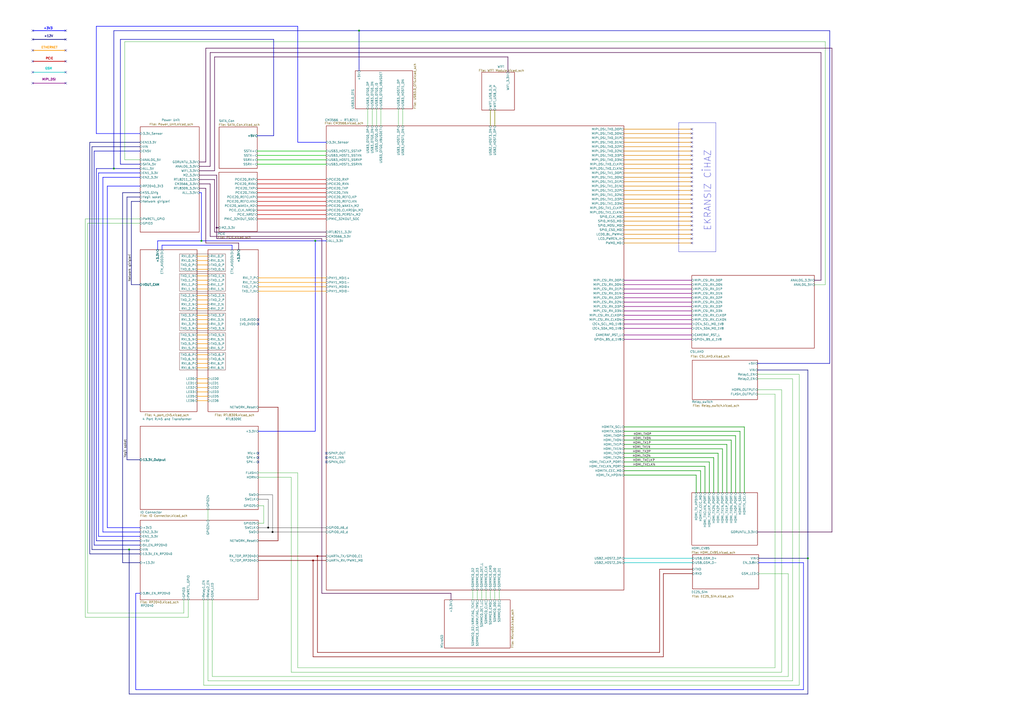
<source format=kicad_sch>
(kicad_sch
	(version 20231120)
	(generator "eeschema")
	(generator_version "8.0")
	(uuid "25e5aa8e-2696-44a3-8d3c-c2c53f2923cf")
	(paper "A2")
	(title_block
		(title "CamTracker")
		(date "2022-09-20")
		(rev "REV1")
		(company "SmartEQ Bilisim")
	)
	(lib_symbols)
	(junction
		(at 468.63 323.85)
		(diameter 0)
		(color 0 0 0 0)
		(uuid "03c0dcaa-9043-44a5-ba48-bf3f752d8fbc")
	)
	(junction
		(at 155.575 306.07)
		(diameter 0)
		(color 0 0 0 1)
		(uuid "1e6851ff-f9b6-43bd-93ab-c494770e0ad6")
	)
	(junction
		(at 158.115 308.61)
		(diameter 0)
		(color 0 0 0 1)
		(uuid "5d4df5d0-6af6-4d30-97cf-a2c8bc0c28fb")
	)
	(junction
		(at 66.04 97.79)
		(diameter 0)
		(color 0 0 0 0)
		(uuid "5fa0423c-73ad-43e1-b938-f490faa519cd")
	)
	(junction
		(at 184.15 322.58)
		(diameter 0)
		(color 132 0 0 1)
		(uuid "6658c154-d53d-48f8-8d60-df0a7242e1e4")
	)
	(junction
		(at 208.28 17.78)
		(diameter 0)
		(color 0 0 0 0)
		(uuid "9805ed7d-edbe-427e-a860-b80c1e8325de")
	)
	(junction
		(at 181.61 325.12)
		(diameter 0)
		(color 132 0 0 1)
		(uuid "9da795e5-b32b-4757-84d3-b7e38b46c451")
	)
	(junction
		(at 125.73 132.08)
		(diameter 0)
		(color 72 0 72 1)
		(uuid "a44cba3d-7ed6-4fac-ae02-dd4745d572b2")
	)
	(junction
		(at 116.84 139.7)
		(diameter 0)
		(color 0 0 0 0)
		(uuid "b97f2e93-0cfa-4df0-8d85-5ea9be21a7fb")
	)
	(junction
		(at 182.88 139.7)
		(diameter 0)
		(color 0 0 0 0)
		(uuid "d1c4cd31-9ae1-4843-b992-2e9014a2fcf7")
	)
	(junction
		(at 74.93 318.77)
		(diameter 0)
		(color 0 0 0 0)
		(uuid "d802df5b-af27-4921-9fdd-7751d2a2d083")
	)
	(no_connect
		(at 38.1 35.56)
		(uuid "021c4662-7083-4ae6-bf56-32ae2fd67691")
	)
	(no_connect
		(at 401.32 90.17)
		(uuid "0811f8e8-37be-4bd6-9e8d-efdc3a2c276f")
	)
	(no_connect
		(at 401.32 138.43)
		(uuid "0c51d5e1-6d1f-418d-9526-1b7bb973990f")
	)
	(no_connect
		(at 149.86 262.89)
		(uuid "1af6359b-5faf-4248-a7fe-63a7e03b6706")
	)
	(no_connect
		(at 19.05 29.21)
		(uuid "1b29f09c-a3d1-44c1-b018-1211d6454dcd")
	)
	(no_connect
		(at 38.1 41.91)
		(uuid "1c9c1d02-4e66-4e7b-82cc-f67569c87f79")
	)
	(no_connect
		(at 149.86 187.96)
		(uuid "1fb98d7b-3f96-40d1-ac77-586827779141")
	)
	(no_connect
		(at 149.86 185.42)
		(uuid "246c1bda-24f9-492a-8eac-b3c6a4702da4")
	)
	(no_connect
		(at 401.32 130.81)
		(uuid "2db9422d-b59d-4d06-a599-9e171a5588e1")
	)
	(no_connect
		(at 401.32 107.95)
		(uuid "33b1755e-c320-4bf7-99aa-f8324622e842")
	)
	(no_connect
		(at 401.32 77.47)
		(uuid "35ad7f8a-2a89-4888-9773-5bc7dd58941c")
	)
	(no_connect
		(at 401.32 140.97)
		(uuid "37d0ff7a-0ddd-4b81-9ce9-1e8c06bb3112")
	)
	(no_connect
		(at 401.32 115.57)
		(uuid "3ba7418a-ae86-41c0-9d36-9e9b310b88e1")
	)
	(no_connect
		(at 401.32 87.63)
		(uuid "426a74ad-87bc-4206-a356-fdbf629e066f")
	)
	(no_connect
		(at 19.05 17.78)
		(uuid "43af616d-1be5-4a36-af44-0d9ec00baf00")
	)
	(no_connect
		(at 149.86 267.97)
		(uuid "54923b39-6d8a-4886-8791-a113475b34e4")
	)
	(no_connect
		(at 38.1 48.26)
		(uuid "6b2041c6-de98-4fa3-bfb4-e8c6cb168900")
	)
	(no_connect
		(at 19.05 35.56)
		(uuid "6d524269-a57e-4ef2-8297-65198535c977")
	)
	(no_connect
		(at 38.1 29.21)
		(uuid "6e9a89d0-8c70-4ced-9cec-acdbf654e10d")
	)
	(no_connect
		(at 149.86 265.43)
		(uuid "7bce790c-cc5c-4af3-830b-05d00c563d30")
	)
	(no_connect
		(at 401.32 105.41)
		(uuid "7e674c20-2193-484e-809f-0a4924c8d893")
	)
	(no_connect
		(at 401.32 95.25)
		(uuid "87c176a4-9ed2-4eb1-9dcc-dfac2b03cb89")
	)
	(no_connect
		(at 19.05 22.86)
		(uuid "8843835e-ba70-498b-be33-0d342f7faea8")
	)
	(no_connect
		(at 189.23 267.97)
		(uuid "8cdb6d68-1c39-495c-9edc-d4d9feb62998")
	)
	(no_connect
		(at 401.32 118.11)
		(uuid "8d5dcdaa-d3a0-47e9-82e2-c233bad3dca2")
	)
	(no_connect
		(at 19.05 41.91)
		(uuid "8d7bc251-d45e-4b54-88d8-000a45e6102f")
	)
	(no_connect
		(at 189.23 265.43)
		(uuid "96c1eee3-efb6-4ca2-8e38-d55dae824b65")
	)
	(no_connect
		(at 401.32 92.71)
		(uuid "9d20d2dc-dd98-4e81-b9ee-f5df5222fed9")
	)
	(no_connect
		(at 38.1 17.78)
		(uuid "9f64c96c-f8b6-4b6f-a970-49059863f1f1")
	)
	(no_connect
		(at 401.32 82.55)
		(uuid "9fd36f66-4d5b-4491-9a83-cb71dd97f5c8")
	)
	(no_connect
		(at 401.32 135.89)
		(uuid "a158201c-b586-44ef-90d7-0c35f5ecedd3")
	)
	(no_connect
		(at 401.32 85.09)
		(uuid "acde07fb-6d0b-404c-b8c9-8498fd2cba77")
	)
	(no_connect
		(at 401.32 120.65)
		(uuid "bcd33755-2de4-4564-99fb-3895d5cb5a3d")
	)
	(no_connect
		(at 401.32 125.73)
		(uuid "bf4be50e-e7e0-46d1-9ff5-357c250a1134")
	)
	(no_connect
		(at 401.32 110.49)
		(uuid "c3fbbd40-3221-4e16-baad-e20c256d5d37")
	)
	(no_connect
		(at 19.05 48.26)
		(uuid "c4efea22-1092-40fd-97d4-4760f57fd7f4")
	)
	(no_connect
		(at 38.1 22.86)
		(uuid "c7c01677-3f9f-4712-9014-c81fc8014039")
	)
	(no_connect
		(at 401.32 102.87)
		(uuid "c7e6d486-6012-48e0-8908-9a42187a0df5")
	)
	(no_connect
		(at 401.32 133.35)
		(uuid "c8e50cc0-88e8-4702-9e87-2ae825316f0a")
	)
	(no_connect
		(at 401.32 128.27)
		(uuid "d1e179c5-340d-42b5-9b0c-935f12456250")
	)
	(no_connect
		(at 401.32 113.03)
		(uuid "d55de33c-0446-4fe7-8305-8def71c76676")
	)
	(no_connect
		(at 401.32 74.93)
		(uuid "d97bd4f3-a801-461c-a23a-a3fa1b0a7939")
	)
	(no_connect
		(at 401.32 97.79)
		(uuid "e5880b9c-7d48-43d3-a617-a11f8e7cd396")
	)
	(no_connect
		(at 401.32 100.33)
		(uuid "e7c53f69-5cf1-4288-a2ac-0a2b42f0c4f8")
	)
	(no_connect
		(at 401.32 123.19)
		(uuid "e9719899-a3c0-4c58-a3a2-dfde77004b4e")
	)
	(no_connect
		(at 401.32 80.01)
		(uuid "f12032d5-464b-44ea-831d-9c978f9a09f0")
	)
	(no_connect
		(at 189.23 262.89)
		(uuid "f1abc3df-6305-4a76-9879-8fe69b218f58")
	)
	(wire
		(pts
			(xy 19.05 41.91) (xy 38.1 41.91)
		)
		(stroke
			(width 0.3048)
			(type default)
			(color 0 194 194 1)
		)
		(uuid "0019f591-c5a0-43c0-b4d7-07f1f8ead615")
	)
	(wire
		(pts
			(xy 416.56 262.89) (xy 416.56 285.75)
		)
		(stroke
			(width 0.3048)
			(type default)
		)
		(uuid "002f8749-e52b-40c2-afd0-2767a8c610e2")
	)
	(wire
		(pts
			(xy 121.92 106.68) (xy 121.92 137.16)
		)
		(stroke
			(width 0.3048)
			(type default)
			(color 72 0 72 1)
		)
		(uuid "0166f931-8f14-4b99-9d38-71f17ff43971")
	)
	(wire
		(pts
			(xy 62.23 306.07) (xy 81.28 306.07)
		)
		(stroke
			(width 0.3048)
			(type default)
			(color 0 0 255 1)
		)
		(uuid "026a076f-91e0-4d32-a1c7-64c865c08b92")
	)
	(wire
		(pts
			(xy 361.95 323.85) (xy 401.7137 323.85)
		)
		(stroke
			(width 0.3048)
			(type default)
			(color 0 194 194 1)
		)
		(uuid "037c25a5-f731-490b-8f59-f7c2edf55636")
	)
	(wire
		(pts
			(xy 149.2754 121.92) (xy 189.23 121.92)
		)
		(stroke
			(width 0.3048)
			(type default)
			(color 194 0 0 1)
		)
		(uuid "03cf9e75-309c-4299-8e4e-330a1a25e306")
	)
	(wire
		(pts
			(xy 463.55 217.17) (xy 439.42 217.17)
		)
		(stroke
			(width 0)
			(type default)
		)
		(uuid "065a8f67-035d-47ba-9237-fd5d21bbd036")
	)
	(wire
		(pts
			(xy 429.26 250.19) (xy 429.26 285.75)
		)
		(stroke
			(width 0.3048)
			(type default)
		)
		(uuid "0682efd7-05fb-4c9a-907b-a5a3d12ac842")
	)
	(wire
		(pts
			(xy 149.86 161.1804) (xy 189.23 161.1804)
		)
		(stroke
			(width 0.3048)
			(type default)
			(color 255 153 0 1)
		)
		(uuid "092bb440-763f-489c-a15e-ea0f5fc41679")
	)
	(wire
		(pts
			(xy 149.2754 111.76) (xy 189.23 111.76)
		)
		(stroke
			(width 0.3048)
			(type default)
			(color 194 0 0 1)
		)
		(uuid "0944cf57-b934-49e1-a5e6-00d7d11f541e")
	)
	(wire
		(pts
			(xy 361.95 273.05) (xy 406.4 273.05)
		)
		(stroke
			(width 0.3048)
			(type default)
		)
		(uuid "09521fd6-4ba3-4c35-9f08-7744ad2d54fe")
	)
	(wire
		(pts
			(xy 114.3 201.93) (xy 120.65 201.93)
		)
		(stroke
			(width 0.3048)
			(type default)
			(color 255 153 0 1)
		)
		(uuid "09aa5386-abc3-4697-9877-85c664826dff")
	)
	(wire
		(pts
			(xy 118.11 397.51) (xy 118.11 347.98)
		)
		(stroke
			(width 0)
			(type default)
		)
		(uuid "0a7f5565-9baf-49d4-8ca1-cfa7a7abecda")
	)
	(wire
		(pts
			(xy 114.3 213.36) (xy 120.65 213.36)
		)
		(stroke
			(width 0.3048)
			(type default)
			(color 255 153 0 1)
		)
		(uuid "0b7aa8d3-8e59-4d2b-861b-743ea3b45435")
	)
	(wire
		(pts
			(xy 361.95 252.73) (xy 426.72 252.73)
		)
		(stroke
			(width 0.3048)
			(type default)
		)
		(uuid "0bcd6b0f-528d-45e8-adc2-c4434d0b75ef")
	)
	(wire
		(pts
			(xy 361.95 250.19) (xy 429.26 250.19)
		)
		(stroke
			(width 0.3048)
			(type default)
		)
		(uuid "0bfcda1f-db71-4421-868b-c6b7cec42566")
	)
	(wire
		(pts
			(xy 149.225 95.25) (xy 189.23 95.25)
		)
		(stroke
			(width 0.3048)
			(type default)
			(color 0 194 0 1)
		)
		(uuid "0ccab8d8-1217-4a7f-a314-e25d98286e7a")
	)
	(wire
		(pts
			(xy 361.95 92.71) (xy 401.32 92.71)
		)
		(stroke
			(width 0.3048)
			(type default)
			(color 221 133 0 1)
		)
		(uuid "0d30c041-5418-4578-9c05-8545916a39bc")
	)
	(wire
		(pts
			(xy 361.95 196.85) (xy 401.32 196.85)
		)
		(stroke
			(width 0.3048)
			(type default)
			(color 132 0 132 1)
		)
		(uuid "0f9cd9b4-c7fd-4c28-99ae-3db9e33aa4b8")
	)
	(wire
		(pts
			(xy 72.39 24.13) (xy 72.39 92.71)
		)
		(stroke
			(width 0)
			(type default)
		)
		(uuid "0fa542fa-de21-42c0-a3af-0239862d523a")
	)
	(wire
		(pts
			(xy 69.85 95.25) (xy 81.28 95.25)
		)
		(stroke
			(width 0.3048)
			(type default)
			(color 0 0 194 1)
		)
		(uuid "108a8d32-f5f0-46c2-bb73-5af4cc09158f")
	)
	(wire
		(pts
			(xy 453.39 226.06) (xy 453.39 389.89)
		)
		(stroke
			(width 0)
			(type default)
		)
		(uuid "10f97069-60a1-409a-a808-038ae98d7823")
	)
	(wire
		(pts
			(xy 189.23 161.1804) (xy 189.23 161.29)
		)
		(stroke
			(width 0)
			(type default)
		)
		(uuid "111a29ef-b4e0-452b-b8e6-41cba8696a7d")
	)
	(wire
		(pts
			(xy 361.95 85.09) (xy 401.32 85.09)
		)
		(stroke
			(width 0.3048)
			(type default)
			(color 221 133 0 1)
		)
		(uuid "12d19865-640d-4eca-8d39-10248a97d31f")
	)
	(wire
		(pts
			(xy 361.95 265.43) (xy 414.02 265.43)
		)
		(stroke
			(width 0.3048)
			(type default)
		)
		(uuid "12e8cb56-884f-4c6d-b5a6-8d2680a6a423")
	)
	(wire
		(pts
			(xy 71.12 111.76) (xy 81.28 111.76)
		)
		(stroke
			(width 0.3048)
			(type default)
			(color 0 0 132 1)
		)
		(uuid "1380cc61-17c7-4c04-b0a7-8365ceac292b")
	)
	(wire
		(pts
			(xy 114.3 151.13) (xy 120.65 151.13)
		)
		(stroke
			(width 0.3048)
			(type default)
			(color 255 153 0 1)
		)
		(uuid "143d9e22-422d-440e-aad1-e9e77c69136d")
	)
	(wire
		(pts
			(xy 124.46 99.06) (xy 124.46 33.02)
		)
		(stroke
			(width 0.3048)
			(type default)
			(color 72 0 72 1)
		)
		(uuid "15413210-d5a4-492f-855d-5e627fce59a1")
	)
	(wire
		(pts
			(xy 281.94 342.265) (xy 281.94 347.98)
		)
		(stroke
			(width 0)
			(type default)
		)
		(uuid "15fe3b87-bc90-496d-a990-601d33fea0cc")
	)
	(wire
		(pts
			(xy 361.95 95.25) (xy 401.32 95.25)
		)
		(stroke
			(width 0.3048)
			(type default)
			(color 221 133 0 1)
		)
		(uuid "16af7b3d-0d90-4780-b26c-21debbc2b5ca")
	)
	(wire
		(pts
			(xy 73.66 266.7) (xy 81.28 266.7)
		)
		(stroke
			(width 0.3048)
			(type default)
			(color 0 0 132 1)
		)
		(uuid "183bb170-b16b-4e6d-9025-bd3383ca2f2f")
	)
	(wire
		(pts
			(xy 54.61 87.63) (xy 81.28 87.63)
		)
		(stroke
			(width 0.3048)
			(type default)
			(color 0 0 194 1)
		)
		(uuid "18cd4866-fbf2-43ea-bef0-18b35028d3b3")
	)
	(wire
		(pts
			(xy 52.07 321.31) (xy 52.07 82.55)
		)
		(stroke
			(width 0.3048)
			(type default)
			(color 0 0 132 1)
		)
		(uuid "1982a252-dfcb-44e1-b0af-a27e49ccddfd")
	)
	(wire
		(pts
			(xy 149.225 87.63) (xy 189.23 87.63)
		)
		(stroke
			(width 0.3048)
			(type default)
			(color 0 194 0 1)
		)
		(uuid "1abddcd3-7a69-457b-aadd-9550c5a8a0e7")
	)
	(wire
		(pts
			(xy 57.15 311.15) (xy 57.15 100.3207)
		)
		(stroke
			(width 0.3048)
			(type default)
			(color 0 0 255 1)
		)
		(uuid "1aeb96a9-5fb1-45de-b8b4-a1aee7233869")
	)
	(wire
		(pts
			(xy 62.23 107.95) (xy 62.23 306.07)
		)
		(stroke
			(width 0.3048)
			(type default)
			(color 0 0 255 1)
		)
		(uuid "1b0533ec-c59f-41d3-a372-002f0dbaa974")
	)
	(wire
		(pts
			(xy 125.73 132.08) (xy 127 132.08)
		)
		(stroke
			(width 0.3048)
			(type default)
			(color 72 0 72 1)
		)
		(uuid "1b0af588-909f-4aaf-9a40-87da8b675753")
	)
	(wire
		(pts
			(xy 149.86 325.12) (xy 181.61 325.12)
		)
		(stroke
			(width 0.3048)
			(type default)
			(color 132 0 0 1)
		)
		(uuid "1b962ecd-e7b9-49aa-894c-19342cd7c05f")
	)
	(wire
		(pts
			(xy 55.88 77.47) (xy 81.28 77.47)
		)
		(stroke
			(width 0.3048)
			(type default)
			(color 0 0 255 1)
		)
		(uuid "1bdf9411-5334-4d27-936d-7a0403c9ca0c")
	)
	(wire
		(pts
			(xy 19.05 48.26) (xy 38.1 48.26)
		)
		(stroke
			(width 0.3048)
			(type default)
			(color 132 0 132 1)
		)
		(uuid "1bed5693-1fc5-4078-abb2-93c056916fa0")
	)
	(wire
		(pts
			(xy 361.95 175.26) (xy 401.32 175.26)
		)
		(stroke
			(width 0.3048)
			(type default)
			(color 132 0 132 1)
		)
		(uuid "201c7a0a-8f9b-4fd3-bfaa-9d7d6f9c531a")
	)
	(wire
		(pts
			(xy 49.53 358.14) (xy 109.22 358.14)
		)
		(stroke
			(width 0)
			(type default)
		)
		(uuid "21de6090-16d7-4f21-bf3e-d11833fd115f")
	)
	(wire
		(pts
			(xy 361.95 267.97) (xy 411.48 267.97)
		)
		(stroke
			(width 0.3048)
			(type default)
		)
		(uuid "23998741-a11f-4e60-be65-08b8005e6df4")
	)
	(wire
		(pts
			(xy 294.64 33.02) (xy 294.64 41.91)
		)
		(stroke
			(width 0.3048)
			(type default)
			(color 72 0 72 1)
		)
		(uuid "240a6bd0-d234-4c3b-b490-3b9809748e4f")
	)
	(wire
		(pts
			(xy 50.8 355.6) (xy 50.8 129.54)
		)
		(stroke
			(width 0)
			(type default)
		)
		(uuid "24dd236b-87d1-4d44-b314-46d823b21387")
	)
	(wire
		(pts
			(xy 55.88 15.24) (xy 172.72 15.24)
		)
		(stroke
			(width 0.3048)
			(type default)
			(color 0 0 255 1)
		)
		(uuid "25297b47-d3c7-46c0-87ff-cab57df70daa")
	)
	(wire
		(pts
			(xy 361.95 120.65) (xy 401.32 120.65)
		)
		(stroke
			(width 0.3048)
			(type default)
			(color 221 133 0 1)
		)
		(uuid "268a59d2-ecdb-4ade-be46-438c56abd78e")
	)
	(wire
		(pts
			(xy 361.95 170.18) (xy 401.32 170.18)
		)
		(stroke
			(width 0.3048)
			(type default)
			(color 132 0 132 1)
		)
		(uuid "270b7cd6-0a99-47de-8c36-5e66e7938f27")
	)
	(wire
		(pts
			(xy 120.65 295.5543) (xy 120.65 301.7806)
		)
		(stroke
			(width 0)
			(type default)
		)
		(uuid "27efba12-81b2-4754-a289-2a333f8d5796")
	)
	(wire
		(pts
			(xy 125.73 101.6) (xy 125.73 132.08)
		)
		(stroke
			(width 0.3048)
			(type default)
			(color 72 0 72 1)
		)
		(uuid "28fcd29a-e3ca-4d58-b5f8-b4131acc552c")
	)
	(wire
		(pts
			(xy 78.74 344.17) (xy 78.74 400.05)
		)
		(stroke
			(width 0.3048)
			(type default)
			(color 0 0 255 1)
		)
		(uuid "29964570-ce09-49ea-a08c-ede316899b1b")
	)
	(wire
		(pts
			(xy 125.73 138.43) (xy 125.73 132.08)
		)
		(stroke
			(width 0.3048)
			(type default)
			(color 72 0 72 1)
		)
		(uuid "2be2005c-39ec-4c0d-8e13-244b00bf6577")
	)
	(wire
		(pts
			(xy 439.42 210.82) (xy 481.33 210.82)
		)
		(stroke
			(width 0.3048)
			(type default)
			(color 0 0 194 1)
		)
		(uuid "2c3f3036-f869-4354-822b-30a79922fc5a")
	)
	(wire
		(pts
			(xy 361.95 140.97) (xy 401.32 140.97)
		)
		(stroke
			(width 0.3048)
			(type default)
			(color 221 133 0 1)
		)
		(uuid "2d198bfb-52cf-44b2-aa98-4f90cf1f7efb")
	)
	(wire
		(pts
			(xy 361.95 105.41) (xy 401.32 105.41)
		)
		(stroke
			(width 0.3048)
			(type default)
			(color 221 133 0 1)
		)
		(uuid "2d832344-006a-403b-81b0-8cf65d290b3c")
	)
	(wire
		(pts
			(xy 361.95 257.81) (xy 421.64 257.81)
		)
		(stroke
			(width 0.3048)
			(type default)
		)
		(uuid "2e52c41c-80e3-4f6a-bf4e-40160f6c9d42")
	)
	(wire
		(pts
			(xy 440.055 332.74) (xy 457.2 332.74)
		)
		(stroke
			(width 0)
			(type default)
		)
		(uuid "2f41aed0-a159-477a-b8d4-bedec4724392")
	)
	(wire
		(pts
			(xy 172.72 15.24) (xy 172.72 82.55)
		)
		(stroke
			(width 0.3048)
			(type default)
			(color 0 0 255 1)
		)
		(uuid "304047c4-f7f7-4f4c-a305-e2a83e46ff21")
	)
	(wire
		(pts
			(xy 431.8 247.65) (xy 431.8 285.75)
		)
		(stroke
			(width 0.3048)
			(type default)
		)
		(uuid "306d4e4c-21ee-4c1e-a77b-aa09238fb62e")
	)
	(wire
		(pts
			(xy 463.55 397.51) (xy 118.11 397.51)
		)
		(stroke
			(width 0)
			(type default)
		)
		(uuid "310c14c1-0043-4bf5-8a4f-780187a9aea0")
	)
	(wire
		(pts
			(xy 158.75 22.86) (xy 158.75 78.74)
		)
		(stroke
			(width 0.3048)
			(type default)
			(color 0 0 194 1)
		)
		(uuid "3178b2c0-2229-488a-9c4b-7bdb410a043a")
	)
	(wire
		(pts
			(xy 361.95 130.81) (xy 401.32 130.81)
		)
		(stroke
			(width 0.3048)
			(type default)
			(color 221 133 0 1)
		)
		(uuid "320ec39d-0038-498d-8070-eb8bd2b02422")
	)
	(wire
		(pts
			(xy 284.48 63.8558) (xy 284.48 73.025)
		)
		(stroke
			(width 0.3048)
			(type default)
			(color 132 132 0 1)
		)
		(uuid "326302f3-2cc4-4068-8995-7bc41f0c6433")
	)
	(wire
		(pts
			(xy 149.86 236.22) (xy 161.29 236.22)
		)
		(stroke
			(width 0.3048)
			(type default)
			(color 132 0 0 1)
		)
		(uuid "33567a72-6ea0-4e19-8bdf-0a00cf45f707")
	)
	(wire
		(pts
			(xy 439.42 226.06) (xy 453.39 226.06)
		)
		(stroke
			(width 0)
			(type default)
		)
		(uuid "3381e89c-4b5d-40f0-9b09-3818f3d63534")
	)
	(wire
		(pts
			(xy 182.88 250.19) (xy 149.86 250.19)
		)
		(stroke
			(width 0.3048)
			(type default)
			(color 0 0 255 1)
		)
		(uuid "3550b1e6-83d4-4b84-a100-edffd609fd9c")
	)
	(wire
		(pts
			(xy 114.3 205.74) (xy 120.65 205.74)
		)
		(stroke
			(width 0.3048)
			(type default)
			(color 255 153 0 1)
		)
		(uuid "35bb6879-ba71-462b-95fe-0ab425732e2d")
	)
	(wire
		(pts
			(xy 449.58 387.35) (xy 449.58 228.6)
		)
		(stroke
			(width 0)
			(type default)
		)
		(uuid "37725191-dd78-40a1-b495-49cb6f555b81")
	)
	(wire
		(pts
			(xy 361.95 177.8) (xy 401.32 177.8)
		)
		(stroke
			(width 0.3048)
			(type default)
			(color 132 0 132 1)
		)
		(uuid "38b3db0d-637b-4039-a03d-581fe07a705a")
	)
	(wire
		(pts
			(xy 459.74 394.97) (xy 120.65 394.97)
		)
		(stroke
			(width 0)
			(type default)
		)
		(uuid "3933ebdd-2b0a-436a-bb94-6406e4925a54")
	)
	(wire
		(pts
			(xy 114.3 229.87) (xy 120.65 229.87)
		)
		(stroke
			(width 0.3048)
			(type default)
			(color 255 153 0 1)
		)
		(uuid "396c5b5b-b293-4835-b6ec-08ca5fd38848")
	)
	(wire
		(pts
			(xy 186.69 344.17) (xy 186.69 138.43)
		)
		(stroke
			(width 0.3048)
			(type default)
			(color 72 0 72 1)
		)
		(uuid "39aa8e51-2158-4abc-94ae-0e739cc4c139")
	)
	(wire
		(pts
			(xy 482.6 27.94) (xy 119.38 27.94)
		)
		(stroke
			(width 0.3048)
			(type default)
			(color 72 0 72 1)
		)
		(uuid "3b4614f7-2e7d-4c7e-90d7-d511ff60f5da")
	)
	(wire
		(pts
			(xy 361.95 107.95) (xy 401.32 107.95)
		)
		(stroke
			(width 0.3048)
			(type default)
			(color 221 133 0 1)
		)
		(uuid "3b9eb7d9-a202-4a16-b443-a8288717f23f")
	)
	(wire
		(pts
			(xy 114.3 222.25) (xy 120.65 222.25)
		)
		(stroke
			(width 0.3048)
			(type default)
			(color 255 153 0 1)
		)
		(uuid "3d069700-b651-47f8-bc84-3d82bee26341")
	)
	(wire
		(pts
			(xy 215.9 63.1638) (xy 215.9 73.025)
		)
		(stroke
			(width 0)
			(type default)
		)
		(uuid "3df09c75-43b0-446e-9b55-e003d8b30816")
	)
	(wire
		(pts
			(xy 361.95 262.89) (xy 416.56 262.89)
		)
		(stroke
			(width 0.3048)
			(type default)
		)
		(uuid "3e1fbeba-92ed-4504-8f6f-964aab8dd2dc")
	)
	(wire
		(pts
			(xy 478.79 24.13) (xy 72.39 24.13)
		)
		(stroke
			(width 0)
			(type default)
		)
		(uuid "3ea48486-fd9d-473f-9b3b-bd14b91f3b63")
	)
	(wire
		(pts
			(xy 361.95 110.49) (xy 401.32 110.49)
		)
		(stroke
			(width 0.3048)
			(type default)
			(color 221 133 0 1)
		)
		(uuid "3fc77612-9be5-43b4-b56c-b5004ea240bd")
	)
	(wire
		(pts
			(xy 116.84 139.7) (xy 182.88 139.7)
		)
		(stroke
			(width 0.3048)
			(type default)
			(color 0 0 255 1)
		)
		(uuid "3ff00b11-384e-4bb8-8efe-f8f03151dac2")
	)
	(wire
		(pts
			(xy 149.2754 104.14) (xy 189.23 104.14)
		)
		(stroke
			(width 0.3048)
			(type default)
			(color 194 0 0 1)
		)
		(uuid "41cf3077-ecff-4391-b30d-678600362bdf")
	)
	(wire
		(pts
			(xy 57.15 100.3207) (xy 81.28 100.3207)
		)
		(stroke
			(width 0.3048)
			(type default)
			(color 0 0 255 1)
		)
		(uuid "43200927-77bd-4015-afa4-45e859c6cafc")
	)
	(wire
		(pts
			(xy 172.72 387.35) (xy 449.58 387.35)
		)
		(stroke
			(width 0)
			(type default)
		)
		(uuid "432287bf-21f7-4cc1-ac67-cb62b3af48df")
	)
	(wire
		(pts
			(xy 149.2754 124.46) (xy 189.23 124.46)
		)
		(stroke
			(width 0.3048)
			(type default)
			(color 194 0 0 1)
		)
		(uuid "444ee63f-19b9-4bc4-bd7a-62eadeebc263")
	)
	(wire
		(pts
			(xy 182.88 139.7) (xy 189.23 139.7)
		)
		(stroke
			(width 0.3048)
			(type default)
			(color 0 0 255 1)
		)
		(uuid "44b4ef74-4588-4917-9a6a-7beb002e71e6")
	)
	(wire
		(pts
			(xy 181.61 381) (xy 384.81 381)
		)
		(stroke
			(width 0.3048)
			(type default)
			(color 132 0 0 1)
		)
		(uuid "451418a7-622f-4ef9-b994-969df314f2f8")
	)
	(wire
		(pts
			(xy 76.2 165.1) (xy 81.28 165.1)
		)
		(stroke
			(width 0.3048)
			(type default)
			(color 0 0 132 1)
		)
		(uuid "45bdd62b-b05a-422d-9061-de31a290d9bb")
	)
	(wire
		(pts
			(xy 115.57 96.52) (xy 121.92 96.52)
		)
		(stroke
			(width 0.3048)
			(type default)
			(color 72 0 72 1)
		)
		(uuid "45e03e3a-513c-4c0a-b3c6-0b4c5e4446a0")
	)
	(wire
		(pts
			(xy 361.95 167.64) (xy 401.32 167.64)
		)
		(stroke
			(width 0.3048)
			(type default)
			(color 132 0 132 1)
		)
		(uuid "46b34040-cdf6-4c2d-ad03-16ac55d23450")
	)
	(wire
		(pts
			(xy 439.42 219.71) (xy 459.74 219.71)
		)
		(stroke
			(width 0)
			(type default)
		)
		(uuid "46df17fb-f664-4b5f-a29d-0845108244af")
	)
	(wire
		(pts
			(xy 289.56 342.265) (xy 289.56 347.98)
		)
		(stroke
			(width 0)
			(type default)
		)
		(uuid "471966c4-0c32-4458-b009-58118fb83a99")
	)
	(wire
		(pts
			(xy 54.61 316.23) (xy 54.61 87.63)
		)
		(stroke
			(width 0.3048)
			(type default)
			(color 0 0 194 1)
		)
		(uuid "480198a8-0949-4a5f-ab24-5c7a2e26819b")
	)
	(wire
		(pts
			(xy 361.95 162.56) (xy 401.32 162.56)
		)
		(stroke
			(width 0.3048)
			(type default)
			(color 132 0 132 1)
		)
		(uuid "48372933-4913-4b58-a623-8aec2309f6bc")
	)
	(wire
		(pts
			(xy 361.95 90.17) (xy 401.32 90.17)
		)
		(stroke
			(width 0.3048)
			(type default)
			(color 221 133 0 1)
		)
		(uuid "485a5657-ee6b-4848-84e3-524b7ad56678")
	)
	(wire
		(pts
			(xy 424.18 255.27) (xy 424.18 285.75)
		)
		(stroke
			(width 0.3048)
			(type default)
		)
		(uuid "490c2485-0ca8-4154-b65a-8d43a70dae70")
	)
	(wire
		(pts
			(xy 73.66 114.3) (xy 81.28 114.3)
		)
		(stroke
			(width 0.3048)
			(type default)
			(color 0 0 132 1)
		)
		(uuid "49766552-f98e-449a-a4d0-3d59027aa8a8")
	)
	(wire
		(pts
			(xy 361.95 182.88) (xy 401.32 182.88)
		)
		(stroke
			(width 0.3048)
			(type default)
			(color 132 0 132 1)
		)
		(uuid "49ec8226-a320-4f3f-b66c-576761ff5569")
	)
	(wire
		(pts
			(xy 361.95 138.43) (xy 401.32 138.43)
		)
		(stroke
			(width 0.3048)
			(type default)
			(color 221 133 0 1)
		)
		(uuid "4a2a0033-4540-4fa4-a0db-1a73ebe8b61d")
	)
	(wire
		(pts
			(xy 149.2754 116.84) (xy 189.23 116.84)
		)
		(stroke
			(width 0.3048)
			(type default)
			(color 194 0 0 1)
		)
		(uuid "4a4912db-8c82-4cff-b7f9-6f3e2ef82cce")
	)
	(wire
		(pts
			(xy 53.34 85.09) (xy 81.28 85.09)
		)
		(stroke
			(width 0.3048)
			(type default)
			(color 0 0 132 1)
		)
		(uuid "4b8490f9-d449-4ecd-a870-259a1aa53256")
	)
	(wire
		(pts
			(xy 361.95 115.57) (xy 401.32 115.57)
		)
		(stroke
			(width 0.3048)
			(type default)
			(color 221 133 0 1)
		)
		(uuid "4bf77d13-8bac-4847-af66-34954c9ccf1f")
	)
	(wire
		(pts
			(xy 361.95 118.11) (xy 401.32 118.11)
		)
		(stroke
			(width 0.3048)
			(type default)
			(color 221 133 0 1)
		)
		(uuid "4d2bf708-6bb2-49f2-98b1-4dd37de4caf1")
	)
	(wire
		(pts
			(xy 81.28 127) (xy 49.53 127)
		)
		(stroke
			(width 0)
			(type default)
		)
		(uuid "4e80fb99-01f2-4a36-834a-48cdf78c1d78")
	)
	(wire
		(pts
			(xy 114.3 190.5) (xy 120.65 190.5)
		)
		(stroke
			(width 0.3048)
			(type default)
			(color 255 153 0 1)
		)
		(uuid "4ec72820-c250-483a-818e-b8e0d8c80a84")
	)
	(wire
		(pts
			(xy 149.2754 106.68) (xy 189.23 106.68)
		)
		(stroke
			(width 0.3048)
			(type default)
			(color 194 0 0 1)
		)
		(uuid "4f11d024-9308-4311-bc43-b0ed0600114d")
	)
	(wire
		(pts
			(xy 115.57 101.6) (xy 125.73 101.6)
		)
		(stroke
			(width 0.3048)
			(type default)
			(color 72 0 72 1)
		)
		(uuid "50f3967c-655d-4727-b4b2-83503ab045e7")
	)
	(wire
		(pts
			(xy 93.98 144.78) (xy 93.98 142.24)
		)
		(stroke
			(width 0.3048)
			(type default)
			(color 0 0 255 1)
		)
		(uuid "515d0ae8-ca74-4842-9527-8dacced0fef3")
	)
	(wire
		(pts
			(xy 120.65 347.98) (xy 120.65 394.97)
		)
		(stroke
			(width 0)
			(type default)
		)
		(uuid "51f24a8f-5eb3-4aa2-ab5f-c21132772021")
	)
	(wire
		(pts
			(xy 114.3 196.85) (xy 120.65 196.85)
		)
		(stroke
			(width 0.3048)
			(type default)
			(color 255 153 0 1)
		)
		(uuid "521bfa9d-99b6-4903-94c3-b3a13df7c52e")
	)
	(wire
		(pts
			(xy 457.2 332.74) (xy 457.2 392.43)
		)
		(stroke
			(width 0)
			(type default)
		)
		(uuid "5485bdee-279e-4212-acf7-af7876cd43d8")
	)
	(wire
		(pts
			(xy 384.81 332.74) (xy 401.7137 332.74)
		)
		(stroke
			(width 0.3048)
			(type default)
			(color 132 0 0 1)
		)
		(uuid "5559f4b1-b871-4682-b937-0000265e7639")
	)
	(wire
		(pts
			(xy 55.88 77.47) (xy 55.88 15.24)
		)
		(stroke
			(width 0.3048)
			(type default)
			(color 0 0 255 1)
		)
		(uuid "58f97153-524c-47f2-b646-b58585ebc015")
	)
	(wire
		(pts
			(xy 403.86 275.59) (xy 403.86 285.75)
		)
		(stroke
			(width 0.3048)
			(type default)
		)
		(uuid "595538ee-caff-49f7-a3cd-c5813145a2d4")
	)
	(wire
		(pts
			(xy 149.86 303.53) (xy 153.035 303.53)
		)
		(stroke
			(width 0)
			(type default)
		)
		(uuid "598d2e9d-e177-4979-b0ef-2d3b9bce85a6")
	)
	(wire
		(pts
			(xy 114.3 173.99) (xy 120.65 173.99)
		)
		(stroke
			(width 0.3048)
			(type default)
			(color 255 153 0 1)
		)
		(uuid "59bae338-7369-41f9-8215-f37aa0bbc2b3")
	)
	(wire
		(pts
			(xy 124.46 134.62) (xy 189.23 134.62)
		)
		(stroke
			(width 0.3048)
			(type default)
			(color 72 0 72 1)
		)
		(uuid "59fa8377-8a2c-4fc5-8e5b-86a4058e6275")
	)
	(wire
		(pts
			(xy 106.68 347.98) (xy 106.68 355.6)
		)
		(stroke
			(width 0)
			(type default)
		)
		(uuid "5a2b9518-689d-4881-a991-48613fd70524")
	)
	(wire
		(pts
			(xy 149.86 308.61) (xy 158.115 308.61)
		)
		(stroke
			(width 0)
			(type default)
			(color 0 0 0 1)
		)
		(uuid "5aeeb9b1-22e8-4ec1-a9e5-bcccfa079ce4")
	)
	(wire
		(pts
			(xy 66.04 17.78) (xy 66.04 97.79)
		)
		(stroke
			(width 0.3048)
			(type default)
			(color 0 0 194 1)
		)
		(uuid "5afebda2-5c95-4728-a559-4a0bf08ba087")
	)
	(wire
		(pts
			(xy 19.05 17.78) (xy 38.1 17.78)
		)
		(stroke
			(width 0.381)
			(type default)
			(color 0 0 255 1)
		)
		(uuid "5b1f3dae-daef-4b1c-9a33-b2a93992e560")
	)
	(wire
		(pts
			(xy 116.84 111.76) (xy 115.57 111.76)
		)
		(stroke
			(width 0.3048)
			(type default)
			(color 0 0 255 1)
		)
		(uuid "5bdcdfa4-693d-4e24-ae8f-ad54e293eaad")
	)
	(wire
		(pts
			(xy 149.2754 109.22) (xy 189.23 109.22)
		)
		(stroke
			(width 0.3048)
			(type default)
			(color 194 0 0 1)
		)
		(uuid "5c27bebf-9762-4aba-abd1-16c7927939c0")
	)
	(wire
		(pts
			(xy 115.57 104.14) (xy 124.46 104.14)
		)
		(stroke
			(width 0.3048)
			(type default)
			(color 72 0 72 1)
		)
		(uuid "5d188596-248a-4285-a096-4a46717546f8")
	)
	(wire
		(pts
			(xy 276.86 342.265) (xy 276.86 347.98)
		)
		(stroke
			(width 0)
			(type default)
		)
		(uuid "5e2e5038-a601-43c8-813e-8975509405c0")
	)
	(wire
		(pts
			(xy 114.3 185.42) (xy 120.65 185.42)
		)
		(stroke
			(width 0.3048)
			(type default)
			(color 255 153 0 1)
		)
		(uuid "5e32532e-42b3-4652-8727-d30a8374f200")
	)
	(wire
		(pts
			(xy 478.79 24.13) (xy 478.79 165.1)
		)
		(stroke
			(width 0)
			(type default)
		)
		(uuid "5f01ccac-b550-4537-91e8-0db0a282814c")
	)
	(wire
		(pts
			(xy 481.33 17.78) (xy 481.33 210.82)
		)
		(stroke
			(width 0.3048)
			(type default)
			(color 0 0 194 1)
		)
		(uuid "61406bcf-b088-4be2-a6bf-eb6596cb8ac3")
	)
	(wire
		(pts
			(xy 74.93 318.77) (xy 53.34 318.77)
		)
		(stroke
			(width 0.3048)
			(type default)
			(color 0 0 132 1)
		)
		(uuid "61637abd-1c4b-46d4-bf77-833539699ee1")
	)
	(wire
		(pts
			(xy 114.3 227.33) (xy 120.65 227.33)
		)
		(stroke
			(width 0.3048)
			(type default)
			(color 255 153 0 1)
		)
		(uuid "618947e7-c4d2-48cf-a3d1-7d699f3cd388")
	)
	(wire
		(pts
			(xy 109.22 347.98) (xy 109.22 358.14)
		)
		(stroke
			(width 0)
			(type default)
		)
		(uuid "61dbda0c-60da-4c58-bd00-6cba18153794")
	)
	(wire
		(pts
			(xy 78.74 400.05) (xy 466.09 400.05)
		)
		(stroke
			(width 0.3048)
			(type default)
			(color 0 0 255 1)
		)
		(uuid "61e15258-cdae-4700-9a9f-7a8da54a2905")
	)
	(wire
		(pts
			(xy 361.95 80.01) (xy 401.32 80.01)
		)
		(stroke
			(width 0.3048)
			(type default)
			(color 221 133 0 1)
		)
		(uuid "6240ea9c-1e24-4b1f-a114-4f4a136473bd")
	)
	(wire
		(pts
			(xy 287.02 342.265) (xy 287.02 347.98)
		)
		(stroke
			(width 0)
			(type default)
		)
		(uuid "62bbb041-1b97-4af2-acce-80c4d66b73f2")
	)
	(wire
		(pts
			(xy 233.68 63.1638) (xy 233.68 73.025)
		)
		(stroke
			(width 0)
			(type default)
		)
		(uuid "642be3d8-695b-4db5-8ff0-749989a9d9e5")
	)
	(wire
		(pts
			(xy 411.48 267.97) (xy 411.48 285.75)
		)
		(stroke
			(width 0.3048)
			(type default)
		)
		(uuid "64798d43-02ba-438c-b2f7-bc1bd2b357cb")
	)
	(wire
		(pts
			(xy 149.2754 119.38) (xy 189.23 119.38)
		)
		(stroke
			(width 0.3048)
			(type default)
			(color 194 0 0 1)
		)
		(uuid "64d35dda-4259-475f-a71b-d0a4b1b2f7b6")
	)
	(wire
		(pts
			(xy 361.95 270.51) (xy 408.94 270.51)
		)
		(stroke
			(width 0.3048)
			(type default)
		)
		(uuid "66210c38-cb85-41de-ab8b-fe8e8b182d82")
	)
	(wire
		(pts
			(xy 116.84 111.76) (xy 116.84 139.7)
		)
		(stroke
			(width 0.3048)
			(type default)
			(color 0 0 255 1)
		)
		(uuid "670b9563-39ce-4da0-8ebb-5f9e0745d1ce")
	)
	(wire
		(pts
			(xy 134.62 142.24) (xy 134.62 144.78)
		)
		(stroke
			(width 0.3048)
			(type default)
			(color 0 0 255 1)
		)
		(uuid "69394446-c757-4d11-8a7d-602e6edaf038")
	)
	(wire
		(pts
			(xy 114.3 208.28) (xy 120.65 208.28)
		)
		(stroke
			(width 0.3048)
			(type default)
			(color 255 153 0 1)
		)
		(uuid "699a417f-f397-402a-bdbd-7dd2150bc8b3")
	)
	(wire
		(pts
			(xy 361.95 172.72) (xy 401.32 172.72)
		)
		(stroke
			(width 0.3048)
			(type default)
			(color 132 0 132 1)
		)
		(uuid "6b9bab25-139c-4f86-a01a-4be3ce6e340b")
	)
	(wire
		(pts
			(xy 114.3 210.82) (xy 120.65 210.82)
		)
		(stroke
			(width 0.3048)
			(type default)
			(color 255 153 0 1)
		)
		(uuid "6dabbfa3-6f74-4830-a15c-edb6e0cc8072")
	)
	(wire
		(pts
			(xy 74.93 402.59) (xy 468.63 402.59)
		)
		(stroke
			(width 0.3048)
			(type default)
			(color 0 0 132 1)
		)
		(uuid "6dec793a-fad5-401f-b39c-8622b0a0006c")
	)
	(wire
		(pts
			(xy 114.3 199.39) (xy 120.65 199.39)
		)
		(stroke
			(width 0.3048)
			(type default)
			(color 255 153 0 1)
		)
		(uuid "6f052b6e-2092-4ad9-a150-476700c59297")
	)
	(wire
		(pts
			(xy 440.055 323.85) (xy 468.63 323.85)
		)
		(stroke
			(width 0.3048)
			(type default)
			(color 0 0 132 1)
		)
		(uuid "6f570d1a-9634-4d90-ba7f-412a7da0a77f")
	)
	(wire
		(pts
			(xy 158.115 308.61) (xy 158.115 287.02)
		)
		(stroke
			(width 0)
			(type default)
			(color 0 0 0 1)
		)
		(uuid "6fdea7ce-54d5-4783-a8c8-23c181823004")
	)
	(wire
		(pts
			(xy 463.55 217.17) (xy 463.55 397.51)
		)
		(stroke
			(width 0)
			(type default)
		)
		(uuid "71977168-e528-4dcc-b3ef-91e8269292d8")
	)
	(wire
		(pts
			(xy 115.57 106.68) (xy 121.92 106.68)
		)
		(stroke
			(width 0.3048)
			(type default)
			(color 72 0 72 1)
		)
		(uuid "728b7442-315a-465f-a284-bdcbbd1ebd63")
	)
	(wire
		(pts
			(xy 168.91 276.86) (xy 168.91 389.89)
		)
		(stroke
			(width 0)
			(type default)
		)
		(uuid "7326b0a3-d9f1-4c31-8506-4159649ed9ea")
	)
	(wire
		(pts
			(xy 261.62 344.17) (xy 261.62 347.98)
		)
		(stroke
			(width 0.3048)
			(type default)
			(color 72 0 72 1)
		)
		(uuid "74806f34-2f84-4119-bf1c-f678e4edf9ec")
	)
	(wire
		(pts
			(xy 361.95 77.47) (xy 401.32 77.47)
		)
		(stroke
			(width 0.3048)
			(type default)
			(color 221 133 0 1)
		)
		(uuid "75339c36-be16-4e56-a6db-5a61369d2256")
	)
	(wire
		(pts
			(xy 220.98 63.1638) (xy 220.98 73.025)
		)
		(stroke
			(width 0)
			(type default)
		)
		(uuid "7571d0c2-3efb-4735-adc9-379fd0aac4fa")
	)
	(wire
		(pts
			(xy 158.75 78.74) (xy 149.225 78.74)
		)
		(stroke
			(width 0.3048)
			(type default)
			(color 0 0 194 1)
		)
		(uuid "758bbd21-bdef-418d-95f4-834d95770886")
	)
	(wire
		(pts
			(xy 19.05 35.56) (xy 38.1 35.56)
		)
		(stroke
			(width 0.381)
			(type default)
			(color 194 0 0 1)
		)
		(uuid "76b282ce-0f26-416c-8751-54bdbd79ff6d")
	)
	(wire
		(pts
			(xy 361.95 275.59) (xy 403.86 275.59)
		)
		(stroke
			(width 0.3048)
			(type default)
		)
		(uuid "7707f71c-3a0e-4b94-a0c6-785050d35f2b")
	)
	(wire
		(pts
			(xy 208.28 17.78) (xy 66.04 17.78)
		)
		(stroke
			(width 0.3048)
			(type default)
			(color 0 0 194 1)
		)
		(uuid "7758de69-fbf6-4771-98b7-0debf103ead4")
	)
	(wire
		(pts
			(xy 426.72 252.73) (xy 426.72 285.75)
		)
		(stroke
			(width 0.3048)
			(type default)
		)
		(uuid "77880d7a-e10b-4ae3-b5cd-ea2c752bbad9")
	)
	(wire
		(pts
			(xy 361.95 74.93) (xy 401.32 74.93)
		)
		(stroke
			(width 0.3048)
			(type default)
			(color 221 133 0 1)
		)
		(uuid "78b53aee-7fca-48ec-8214-aa14566407d3")
	)
	(wire
		(pts
			(xy 406.4 273.05) (xy 406.4 285.75)
		)
		(stroke
			(width 0.3048)
			(type default)
		)
		(uuid "79fad01f-0f8b-405e-856b-1ba1c00e8466")
	)
	(wire
		(pts
			(xy 208.28 17.78) (xy 208.28 41)
		)
		(stroke
			(width 0.3048)
			(type default)
			(color 0 0 194 1)
		)
		(uuid "7af368fa-8638-43f9-830b-8550b049cbef")
	)
	(wire
		(pts
			(xy 482.6 308.61) (xy 482.6 27.94)
		)
		(stroke
			(width 0.3048)
			(type default)
			(color 72 0 72 1)
		)
		(uuid "7c4dc084-6b51-4410-9a16-86748e62a259")
	)
	(wire
		(pts
			(xy 119.38 140.97) (xy 138.43 140.97)
		)
		(stroke
			(width 0.3048)
			(type default)
			(color 72 0 72 1)
		)
		(uuid "7c608c4b-9e5e-4747-9236-ca45f893adff")
	)
	(wire
		(pts
			(xy 55.88 97.79) (xy 66.04 97.79)
		)
		(stroke
			(width 0.3048)
			(type default)
			(color 0 0 194 1)
		)
		(uuid "7c77e396-91f2-4757-b98e-f0b6cf328c11")
	)
	(wire
		(pts
			(xy 231.14 63.1638) (xy 231.14 73.025)
		)
		(stroke
			(width 0)
			(type default)
		)
		(uuid "7d6b65d0-c25f-43b7-8147-f39805b92d91")
	)
	(wire
		(pts
			(xy 172.72 274.32) (xy 172.72 387.35)
		)
		(stroke
			(width 0)
			(type default)
		)
		(uuid "7e4e3486-025b-4c40-a087-07271d0730af")
	)
	(wire
		(pts
			(xy 53.34 318.77) (xy 53.34 85.09)
		)
		(stroke
			(width 0.3048)
			(type default)
			(color 0 0 132 1)
		)
		(uuid "7eca514b-e8fe-4fa2-8562-40ceae00afe5")
	)
	(wire
		(pts
			(xy 59.69 308.61) (xy 59.69 102.87)
		)
		(stroke
			(width 0.3048)
			(type default)
			(color 0 0 255 1)
		)
		(uuid "8120a17b-4d21-40f3-864b-6955a0121f8f")
	)
	(wire
		(pts
			(xy 186.69 138.43) (xy 125.73 138.43)
		)
		(stroke
			(width 0.3048)
			(type default)
			(color 72 0 72 1)
		)
		(uuid "81e24963-6d26-4d1f-8689-801839d48f72")
	)
	(wire
		(pts
			(xy 106.68 355.6) (xy 50.8 355.6)
		)
		(stroke
			(width 0)
			(type default)
		)
		(uuid "8309d362-fbeb-4794-803a-72b903601c46")
	)
	(wire
		(pts
			(xy 59.69 102.87) (xy 81.28 102.87)
		)
		(stroke
			(width 0.3048)
			(type default)
			(color 0 0 255 1)
		)
		(uuid "831f413a-227a-4dc5-b746-c69133f10dce")
	)
	(wire
		(pts
			(xy 181.61 325.12) (xy 189.23 325.12)
		)
		(stroke
			(width 0.3048)
			(type default)
			(color 132 0 0 1)
		)
		(uuid "835f30eb-576d-4363-83a7-d29f34165fc2")
	)
	(wire
		(pts
			(xy 114.3 219.71) (xy 120.65 219.71)
		)
		(stroke
			(width 0.3048)
			(type default)
			(color 255 153 0 1)
		)
		(uuid "836d6dbd-5075-4468-9778-cea95b119b7f")
	)
	(wire
		(pts
			(xy 208.28 17.78) (xy 481.33 17.78)
		)
		(stroke
			(width 0.3048)
			(type default)
			(color 0 0 194 1)
		)
		(uuid "83caddfe-7f26-4d32-a596-f72cc4562dd8")
	)
	(wire
		(pts
			(xy 114.3 176.53) (xy 120.65 176.53)
		)
		(stroke
			(width 0.3048)
			(type default)
			(color 255 153 0 1)
		)
		(uuid "843b6e38-528f-4a03-89b8-25b9ec6bea5d")
	)
	(wire
		(pts
			(xy 123.19 392.43) (xy 457.2 392.43)
		)
		(stroke
			(width 0)
			(type default)
		)
		(uuid "8497a278-5595-4dca-b9ec-2ea35e43e047")
	)
	(wire
		(pts
			(xy 184.15 322.58) (xy 189.23 322.58)
		)
		(stroke
			(width 0.3048)
			(type default)
			(color 132 0 0 1)
		)
		(uuid "84f0d90f-ed60-4b4a-8fb5-02c1e8427028")
	)
	(wire
		(pts
			(xy 123.19 347.98) (xy 123.19 392.43)
		)
		(stroke
			(width 0)
			(type default)
		)
		(uuid "8521e541-95c1-4dd8-83f8-6b6bde664fd4")
	)
	(wire
		(pts
			(xy 71.12 326.39) (xy 81.28 326.39)
		)
		(stroke
			(width 0.3048)
			(type default)
			(color 0 0 132 1)
		)
		(uuid "87076b5b-4395-43f8-8bb7-a76f92175093")
	)
	(wire
		(pts
			(xy 115.57 109.22) (xy 119.38 109.22)
		)
		(stroke
			(width 0.3048)
			(type default)
			(color 72 0 72 1)
		)
		(uuid "8715d238-af1a-4af9-934a-e81b905010c4")
	)
	(wire
		(pts
			(xy 382.6265 330.2) (xy 401.7137 330.2)
		)
		(stroke
			(width 0.3048)
			(type default)
			(color 132 0 0 1)
		)
		(uuid "892fcf29-4a6f-4a1d-8a3e-c78fb0f47683")
	)
	(wire
		(pts
			(xy 361.95 190.5) (xy 401.32 190.5)
		)
		(stroke
			(width 0.3048)
			(type default)
			(color 132 0 132 1)
		)
		(uuid "89d6ba4f-8bfc-4fc8-bb44-169b5745260e")
	)
	(wire
		(pts
			(xy 19.05 22.86) (xy 38.1 22.86)
		)
		(stroke
			(width 0.381)
			(type default)
			(color 0 0 132 1)
		)
		(uuid "8a82a01e-6d46-4fd3-b740-f361a5a1c738")
	)
	(wire
		(pts
			(xy 52.07 82.55) (xy 81.28 82.55)
		)
		(stroke
			(width 0.3048)
			(type default)
			(color 0 0 132 1)
		)
		(uuid "8c002b88-b3d4-480b-a872-e25c82923784")
	)
	(wire
		(pts
			(xy 361.95 123.19) (xy 401.32 123.19)
		)
		(stroke
			(width 0.3048)
			(type default)
			(color 221 133 0 1)
		)
		(uuid "8da8a8a1-a836-40ca-a927-ac10f218796f")
	)
	(wire
		(pts
			(xy 74.93 318.77) (xy 74.93 402.59)
		)
		(stroke
			(width 0.3048)
			(type default)
			(color 0 0 132 1)
		)
		(uuid "8daad298-48d0-4b23-9d58-c9540b250bb1")
	)
	(wire
		(pts
			(xy 361.95 97.79) (xy 401.32 97.79)
		)
		(stroke
			(width 0.3048)
			(type default)
			(color 221 133 0 1)
		)
		(uuid "8df9d43f-7c7a-4e6d-b720-afe03224d899")
	)
	(wire
		(pts
			(xy 468.63 323.85) (xy 468.63 402.59)
		)
		(stroke
			(width 0.3048)
			(type default)
			(color 0 0 132 1)
		)
		(uuid "8e3e3c5a-2b44-4d8d-8ab2-527f7d108dd6")
	)
	(wire
		(pts
			(xy 69.85 22.86) (xy 158.75 22.86)
		)
		(stroke
			(width 0.3048)
			(type default)
			(color 0 0 194 1)
		)
		(uuid "8e9f4dfd-efa5-43f0-8923-563616fcdde1")
	)
	(wire
		(pts
			(xy 62.23 107.95) (xy 81.28 107.95)
		)
		(stroke
			(width 0.3048)
			(type default)
			(color 0 0 255 1)
		)
		(uuid "8f82db96-396b-4349-ab03-f0d3cb305a1c")
	)
	(wire
		(pts
			(xy 114.3 160.02) (xy 120.65 160.02)
		)
		(stroke
			(width 0.3048)
			(type default)
			(color 255 153 0 1)
		)
		(uuid "913dcc6c-a0b3-44f4-b02d-35267e54ac86")
	)
	(wire
		(pts
			(xy 361.95 185.42) (xy 401.32 185.42)
		)
		(stroke
			(width 0.3048)
			(type default)
			(color 132 0 132 1)
		)
		(uuid "92f94382-2120-4783-9f4e-3012053c9fa7")
	)
	(wire
		(pts
			(xy 184.15 322.58) (xy 184.15 378.46)
		)
		(stroke
			(width 0.3048)
			(type default)
			(color 132 0 0 1)
		)
		(uuid "9384e504-0471-4d6c-b16e-d2d05e5b1649")
	)
	(wire
		(pts
			(xy 284.48 342.265) (xy 284.48 347.98)
		)
		(stroke
			(width 0)
			(type default)
		)
		(uuid "941c7996-02f8-4914-8f07-99a584ab54a8")
	)
	(wire
		(pts
			(xy 361.95 187.96) (xy 401.32 187.96)
		)
		(stroke
			(width 0.3048)
			(type default)
			(color 132 0 132 1)
		)
		(uuid "950841e2-778f-45dc-adfd-80edf4cce2f9")
	)
	(wire
		(pts
			(xy 184.15 378.46) (xy 382.6265 378.46)
		)
		(stroke
			(width 0.3048)
			(type default)
			(color 132 0 0 1)
		)
		(uuid "952048fd-2d05-4cb5-bfef-65268bbc4da9")
	)
	(wire
		(pts
			(xy 168.91 389.89) (xy 453.39 389.89)
		)
		(stroke
			(width 0)
			(type default)
		)
		(uuid "9527c871-f52b-4ad8-8b72-475a0935ec39")
	)
	(wire
		(pts
			(xy 114.3 167.64) (xy 120.65 167.64)
		)
		(stroke
			(width 0.3048)
			(type default)
			(color 255 153 0 1)
		)
		(uuid "957c8d5b-b3cf-4131-8ae1-56d579f96e68")
	)
	(wire
		(pts
			(xy 161.29 236.22) (xy 161.29 313.69)
		)
		(stroke
			(width 0.3048)
			(type default)
			(color 132 0 0 1)
		)
		(uuid "96225212-2b02-4973-ab2d-b4fad1f8cf22")
	)
	(wire
		(pts
			(xy 361.95 87.63) (xy 401.32 87.63)
		)
		(stroke
			(width 0.3048)
			(type default)
			(color 221 133 0 1)
		)
		(uuid "982d4440-9247-4af6-8393-5c1532363c7c")
	)
	(wire
		(pts
			(xy 149.86 322.58) (xy 184.15 322.58)
		)
		(stroke
			(width 0.3048)
			(type default)
			(color 132 0 0 1)
		)
		(uuid "99e219e0-342a-4284-9bc8-f89790af5c77")
	)
	(wire
		(pts
			(xy 114.3 187.96) (xy 120.65 187.96)
		)
		(stroke
			(width 0.3048)
			(type default)
			(color 255 153 0 1)
		)
		(uuid "9a11e31a-a895-4b8f-a65b-c752d51b730c")
	)
	(wire
		(pts
			(xy 121.92 137.16) (xy 189.23 137.16)
		)
		(stroke
			(width 0.3048)
			(type default)
			(color 72 0 72 1)
		)
		(uuid "9b62bec9-6f33-4510-b214-01555a11f7dd")
	)
	(wire
		(pts
			(xy 71.12 111.76) (xy 71.12 326.39)
		)
		(stroke
			(width 0.3048)
			(type default)
			(color 0 0 132 1)
		)
		(uuid "9bee81dc-939a-4e21-943b-9974b4a9d5f3")
	)
	(wire
		(pts
			(xy 421.64 257.81) (xy 421.64 285.75)
		)
		(stroke
			(width 0.3048)
			(type default)
		)
		(uuid "9debf051-0a33-471d-af2d-b897c57c35e8")
	)
	(wire
		(pts
			(xy 119.38 27.94) (xy 119.38 93.98)
		)
		(stroke
			(width 0.3048)
			(type default)
			(color 72 0 72 1)
		)
		(uuid "9f64faca-f2e2-4f95-886c-1871c4cd442a")
	)
	(wire
		(pts
			(xy 261.62 344.17) (xy 186.69 344.17)
		)
		(stroke
			(width 0.3048)
			(type default)
			(color 72 0 72 1)
		)
		(uuid "a11f7e40-5715-4665-a717-b2a5f70d1d7f")
	)
	(wire
		(pts
			(xy 149.86 274.32) (xy 172.72 274.32)
		)
		(stroke
			(width 0)
			(type default)
		)
		(uuid "a1244435-1990-4980-8e62-b8d2e3005f3e")
	)
	(wire
		(pts
			(xy 213.36 63.1638) (xy 213.36 73.025)
		)
		(stroke
			(width 0)
			(type default)
		)
		(uuid "a5ac6c46-552b-4f2f-a552-c1293857b266")
	)
	(wire
		(pts
			(xy 121.92 30.48) (xy 476.25 30.48)
		)
		(stroke
			(width 0.3048)
			(type default)
			(color 72 0 72 1)
		)
		(uuid "a5da87fe-7c65-482e-8f44-2e417a50c39b")
	)
	(wire
		(pts
			(xy 158.115 287.02) (xy 149.86 287.02)
		)
		(stroke
			(width 0)
			(type default)
			(color 0 0 0 1)
		)
		(uuid "a73d9481-317c-4cd1-aebb-f732e3519065")
	)
	(wire
		(pts
			(xy 361.95 180.34) (xy 401.32 180.34)
		)
		(stroke
			(width 0.3048)
			(type default)
			(color 132 0 132 1)
		)
		(uuid "a928f7db-8103-4339-8bd2-4242a2bc5bd0")
	)
	(wire
		(pts
			(xy 81.28 318.77) (xy 74.93 318.77)
		)
		(stroke
			(width 0.3048)
			(type default)
			(color 0 0 132 1)
		)
		(uuid "a98f729c-6a3d-49d4-86db-f0fae81feb67")
	)
	(wire
		(pts
			(xy 155.575 289.56) (xy 155.575 306.07)
		)
		(stroke
			(width 0)
			(type default)
			(color 0 0 0 1)
		)
		(uuid "aa1d57e8-874f-495d-a24e-d26086ec9742")
	)
	(wire
		(pts
			(xy 472.44 165.1) (xy 478.79 165.1)
		)
		(stroke
			(width 0)
			(type default)
		)
		(uuid "ab3bc3aa-f5bb-422a-ad00-5ece52ce6716")
	)
	(wire
		(pts
			(xy 361.95 135.89) (xy 401.32 135.89)
		)
		(stroke
			(width 0.3048)
			(type default)
			(color 221 133 0 1)
		)
		(uuid "adaeaab6-bca3-4f2d-a400-f122affab384")
	)
	(wire
		(pts
			(xy 149.2754 127) (xy 189.23 127)
		)
		(stroke
			(width 0.3048)
			(type default)
			(color 194 0 0 1)
		)
		(uuid "b0c7222f-f152-40bc-a33d-9b511086ba80")
	)
	(wire
		(pts
			(xy 468.63 323.85) (xy 468.63 214.63)
		)
		(stroke
			(width 0.3048)
			(type default)
			(color 0 0 132 1)
		)
		(uuid "b25f2dfa-2b9e-484f-a14c-9d3f486c6ee7")
	)
	(wire
		(pts
			(xy 114.3 224.79) (xy 120.65 224.79)
		)
		(stroke
			(width 0.3048)
			(type default)
			(color 255 153 0 1)
		)
		(uuid "b41a239f-12ac-4d96-a33f-3b54d764a971")
	)
	(wire
		(pts
			(xy 361.95 100.33) (xy 401.32 100.33)
		)
		(stroke
			(width 0.3048)
			(type default)
			(color 221 133 0 1)
		)
		(uuid "b56b3130-5648-4384-84af-62cefe68d128")
	)
	(wire
		(pts
			(xy 124.46 104.14) (xy 124.46 134.62)
		)
		(stroke
			(width 0.3048)
			(type default)
			(color 72 0 72 1)
		)
		(uuid "b7839024-61e4-45d7-b949-435804c1ce1d")
	)
	(wire
		(pts
			(xy 55.88 313.69) (xy 81.28 313.69)
		)
		(stroke
			(width 0.3048)
			(type default)
			(color 0 0 194 1)
		)
		(uuid "b85ebdf4-b169-459a-9143-4e1dad69a2fc")
	)
	(wire
		(pts
			(xy 149.86 289.56) (xy 155.575 289.56)
		)
		(stroke
			(width 0)
			(type default)
			(color 0 0 0 1)
		)
		(uuid "b86ccf3a-85ff-431f-aa84-816f3d215388")
	)
	(wire
		(pts
			(xy 19.05 29.21) (xy 38.1 29.21)
		)
		(stroke
			(width 0.381)
			(type default)
			(color 255 153 0 1)
		)
		(uuid "b8bc0f57-1d3f-4a84-994e-389ca1956807")
	)
	(wire
		(pts
			(xy 472.44 162.56) (xy 476.25 162.56)
		)
		(stroke
			(width 0.3048)
			(type default)
			(color 72 0 72 1)
		)
		(uuid "b94efae1-f59d-4fc7-a8cb-b922c0210d94")
	)
	(wire
		(pts
			(xy 361.95 82.55) (xy 401.32 82.55)
		)
		(stroke
			(width 0.3048)
			(type default)
			(color 221 133 0 1)
		)
		(uuid "b98e7f3d-e957-4cd7-823a-9ac764875854")
	)
	(wire
		(pts
			(xy 459.74 219.71) (xy 459.74 394.97)
		)
		(stroke
			(width 0)
			(type default)
		)
		(uuid "bb640d36-1b0f-4b73-b0b5-221062d94079")
	)
	(wire
		(pts
			(xy 114.3 165.1) (xy 120.65 165.1)
		)
		(stroke
			(width 0.3048)
			(type default)
			(color 255 153 0 1)
		)
		(uuid "bd057500-a71e-40f4-b288-32e95fc6ec84")
	)
	(wire
		(pts
			(xy 439.42 214.63) (xy 468.63 214.63)
		)
		(stroke
			(width 0.3048)
			(type default)
			(color 0 0 132 1)
		)
		(uuid "bee71152-1b36-46c0-ae98-a29db27353e0")
	)
	(wire
		(pts
			(xy 361.95 194.31) (xy 401.32 194.31)
		)
		(stroke
			(width 0.3048)
			(type default)
			(color 132 0 132 1)
		)
		(uuid "bf46632b-2a20-4b97-b9fe-b21c69ab0aa3")
	)
	(wire
		(pts
			(xy 149.86 313.69) (xy 161.29 313.69)
		)
		(stroke
			(width 0.3048)
			(type default)
			(color 132 0 0 1)
		)
		(uuid "bfcf1b78-b40c-40af-9418-5517a06d8d57")
	)
	(wire
		(pts
			(xy 114.3 148.59) (xy 120.65 148.59)
		)
		(stroke
			(width 0.3048)
			(type default)
			(color 255 153 0 1)
		)
		(uuid "bff60f5f-6bdb-4571-9b48-a38ea23e4fcd")
	)
	(wire
		(pts
			(xy 114.3 171.45) (xy 120.65 171.45)
		)
		(stroke
			(width 0.3048)
			(type default)
			(color 255 153 0 1)
		)
		(uuid "c0215b58-9aae-4b4e-ba34-fbeef1a568be")
	)
	(wire
		(pts
			(xy 114.3 182.88) (xy 120.65 182.88)
		)
		(stroke
			(width 0.3048)
			(type default)
			(color 255 153 0 1)
		)
		(uuid "c04b04c3-76d0-4eda-9ea0-3c6da557ea5f")
	)
	(wire
		(pts
			(xy 119.38 93.98) (xy 115.57 93.98)
		)
		(stroke
			(width 0.3048)
			(type default)
			(color 72 0 72 1)
		)
		(uuid "c1600c74-4232-48bd-b147-25405cdc72bf")
	)
	(wire
		(pts
			(xy 218.44 63.1638) (xy 218.44 73.025)
		)
		(stroke
			(width 0)
			(type default)
		)
		(uuid "c64d7599-6af9-41b7-82c4-b9fbb6fcf0b3")
	)
	(wire
		(pts
			(xy 93.98 142.24) (xy 134.62 142.24)
		)
		(stroke
			(width 0.3048)
			(type default)
			(color 0 0 255 1)
		)
		(uuid "c69214ad-f8bd-4f07-80b3-ebedaac3b5e5")
	)
	(wire
		(pts
			(xy 361.95 133.35) (xy 401.32 133.35)
		)
		(stroke
			(width 0.3048)
			(type default)
			(color 221 133 0 1)
		)
		(uuid "c71b00e6-d8bc-40ad-9f3a-84b49f227eb5")
	)
	(wire
		(pts
			(xy 149.86 306.07) (xy 155.575 306.07)
		)
		(stroke
			(width 0)
			(type default)
			(color 0 0 0 1)
		)
		(uuid "c7570f19-591f-44f1-ba28-95d206f1d8dd")
	)
	(wire
		(pts
			(xy 66.04 97.79) (xy 81.28 97.79)
		)
		(stroke
			(width 0.3048)
			(type default)
			(color 0 0 194 1)
		)
		(uuid "c7582b3d-ef38-41ea-9b65-351fce88640b")
	)
	(wire
		(pts
			(xy 69.85 22.86) (xy 69.85 95.25)
		)
		(stroke
			(width 0.3048)
			(type default)
			(color 0 0 194 1)
		)
		(uuid "c9f32dd8-5f81-4f1b-9748-0fc260c1ca72")
	)
	(wire
		(pts
			(xy 149.86 276.86) (xy 168.91 276.86)
		)
		(stroke
			(width 0)
			(type default)
		)
		(uuid "ca8e3297-5ac7-4aa5-9c62-bf68074c1746")
	)
	(wire
		(pts
			(xy 361.95 113.03) (xy 401.32 113.03)
		)
		(stroke
			(width 0.3048)
			(type default)
			(color 221 133 0 1)
		)
		(uuid "cad189bc-e093-402a-b9a9-2aa6fbbf9672")
	)
	(wire
		(pts
			(xy 172.72 82.55) (xy 189.23 82.55)
		)
		(stroke
			(width 0.3048)
			(type default)
			(color 0 0 255 1)
		)
		(uuid "cbc50d2c-07d2-4bf9-b6d1-239353571396")
	)
	(wire
		(pts
			(xy 116.84 139.7) (xy 91.44 139.7)
		)
		(stroke
			(width 0.3048)
			(type default)
			(color 0 0 255 1)
		)
		(uuid "cc708475-d8a1-4822-a770-e94a289ba055")
	)
	(wire
		(pts
			(xy 287.02 63.8558) (xy 287.02 73.025)
		)
		(stroke
			(width 0.3048)
			(type default)
			(color 132 132 0 1)
		)
		(uuid "cd7246ab-96a0-4ddf-8d9a-e8ef7848fd50")
	)
	(wire
		(pts
			(xy 382.6265 378.46) (xy 382.6265 330.2)
		)
		(stroke
			(width 0.3048)
			(type default)
			(color 132 0 0 1)
		)
		(uuid "cdc88c8b-c751-492f-aa19-09984622dabc")
	)
	(wire
		(pts
			(xy 158.115 308.61) (xy 189.23 308.61)
		)
		(stroke
			(width 0)
			(type default)
			(color 0 0 0 1)
		)
		(uuid "cdf7f5b2-09f6-4354-b646-dfae4a18c1d2")
	)
	(wire
		(pts
			(xy 361.95 102.87) (xy 401.32 102.87)
		)
		(stroke
			(width 0.3048)
			(type default)
			(color 221 133 0 1)
		)
		(uuid "cee9ca06-9262-4814-8c98-8a22894cb452")
	)
	(wire
		(pts
			(xy 466.09 400.05) (xy 466.09 326.39)
		)
		(stroke
			(width 0.3048)
			(type default)
			(color 0 0 255 1)
		)
		(uuid "cf88355d-09d1-47fb-926b-8da1c46b4392")
	)
	(wire
		(pts
			(xy 114.3 194.31) (xy 120.65 194.31)
		)
		(stroke
			(width 0.3048)
			(type default)
			(color 255 153 0 1)
		)
		(uuid "d04fb2c8-6924-4d45-9bd6-8c64e7217df7")
	)
	(wire
		(pts
			(xy 419.1 260.35) (xy 419.1 285.75)
		)
		(stroke
			(width 0.3048)
			(type default)
		)
		(uuid "d449e11d-07d3-4706-a8a4-fc726d99a9d5")
	)
	(wire
		(pts
			(xy 439.42 308.61) (xy 482.6 308.61)
		)
		(stroke
			(width 0.3048)
			(type default)
			(color 72 0 72 1)
		)
		(uuid "d47696f0-d425-4343-88c3-c09e5738a75f")
	)
	(wire
		(pts
			(xy 115.57 99.06) (xy 124.46 99.06)
		)
		(stroke
			(width 0.3048)
			(type default)
			(color 72 0 72 1)
		)
		(uuid "d5065908-9bc4-46fe-9874-3a4edbe98070")
	)
	(wire
		(pts
			(xy 279.4 342.265) (xy 279.4 347.98)
		)
		(stroke
			(width 0)
			(type default)
		)
		(uuid "d64e652d-72ba-45b3-85e0-be6ef3dbca49")
	)
	(wire
		(pts
			(xy 274.32 342.265) (xy 274.32 347.98)
		)
		(stroke
			(width 0)
			(type default)
		)
		(uuid "d686ec51-149d-4d47-a129-0ba80378d4f1")
	)
	(wire
		(pts
			(xy 114.3 156.21) (xy 120.65 156.21)
		)
		(stroke
			(width 0.3048)
			(type default)
			(color 255 153 0 1)
		)
		(uuid "d7183f2b-7c34-4536-972e-05b84abaec91")
	)
	(wire
		(pts
			(xy 149.86 163.83) (xy 189.23 163.83)
		)
		(stroke
			(width 0.3048)
			(type default)
			(color 255 153 0 1)
		)
		(uuid "d7258e23-9af9-436c-a705-91a667c88910")
	)
	(wire
		(pts
			(xy 384.81 381) (xy 384.81 332.74)
		)
		(stroke
			(width 0.3048)
			(type default)
			(color 132 0 0 1)
		)
		(uuid "d7f7943c-074a-4453-94b6-157117684a28")
	)
	(wire
		(pts
			(xy 73.66 266.7) (xy 73.66 114.3)
		)
		(stroke
			(width 0.3048)
			(type default)
			(color 0 0 132 1)
		)
		(uuid "d8bcd6ef-8e80-4f8c-8f24-2fe8f1cf76a2")
	)
	(wire
		(pts
			(xy 121.92 96.52) (xy 121.92 30.48)
		)
		(stroke
			(width 0.3048)
			(type default)
			(color 72 0 72 1)
		)
		(uuid "da2c782d-0bc1-4a58-b3e6-3c44e0d8f13c")
	)
	(wire
		(pts
			(xy 114.3 162.56) (xy 120.65 162.56)
		)
		(stroke
			(width 0.3048)
			(type default)
			(color 255 153 0 1)
		)
		(uuid "da7fc38c-d3eb-4c57-b4d4-1ea517e4918d")
	)
	(wire
		(pts
			(xy 408.94 270.51) (xy 408.94 285.75)
		)
		(stroke
			(width 0.3048)
			(type default)
		)
		(uuid "dae38c37-9656-4ea5-a12d-19dbad203564")
	)
	(wire
		(pts
			(xy 114.3 232.41) (xy 120.65 232.41)
		)
		(stroke
			(width 0.3048)
			(type default)
			(color 255 153 0 1)
		)
		(uuid "db3094f5-254b-463e-aad8-6980515cdd48")
	)
	(wire
		(pts
			(xy 476.25 30.48) (xy 476.25 162.56)
		)
		(stroke
			(width 0.3048)
			(type default)
			(color 72 0 72 1)
		)
		(uuid "dc5b99c0-964f-4ca4-a92f-9287e55f74e3")
	)
	(wire
		(pts
			(xy 138.43 140.97) (xy 138.43 144.78)
		)
		(stroke
			(width 0.3048)
			(type default)
			(color 72 0 72 1)
		)
		(uuid "df7cadbb-9e61-4537-9ff2-fdb54000075c")
	)
	(wire
		(pts
			(xy 361.95 125.73) (xy 401.32 125.73)
		)
		(stroke
			(width 0.3048)
			(type default)
			(color 221 133 0 1)
		)
		(uuid "e23ec606-11ab-44ec-a436-bc79ced24374")
	)
	(wire
		(pts
			(xy 361.95 255.27) (xy 424.18 255.27)
		)
		(stroke
			(width 0.3048)
			(type default)
		)
		(uuid "e25558e9-1bc5-4bb6-8fca-150dc422913a")
	)
	(wire
		(pts
			(xy 149.2754 114.3) (xy 189.23 114.3)
		)
		(stroke
			(width 0.3048)
			(type default)
			(color 194 0 0 1)
		)
		(uuid "e43b9971-7ce8-4aae-ae3e-ea8c76cc7fad")
	)
	(wire
		(pts
			(xy 76.2 116.84) (xy 81.28 116.84)
		)
		(stroke
			(width 0.3048)
			(type default)
			(color 0 0 132 1)
		)
		(uuid "e5e83909-d72c-423b-92e4-6076e8cfc11a")
	)
	(wire
		(pts
			(xy 155.575 306.07) (xy 189.23 306.07)
		)
		(stroke
			(width 0)
			(type default)
			(color 0 0 0 1)
		)
		(uuid "e6f7d731-3b28-42b2-a29a-a3d09e446071")
	)
	(wire
		(pts
			(xy 91.44 139.7) (xy 91.44 144.78)
		)
		(stroke
			(width 0.3048)
			(type default)
			(color 0 0 255 1)
		)
		(uuid "e73fe076-ee69-46b4-bb48-0f754e434d78")
	)
	(wire
		(pts
			(xy 149.86 166.37) (xy 189.23 166.37)
		)
		(stroke
			(width 0.3048)
			(type default)
			(color 255 153 0 1)
		)
		(uuid "e7f24d13-2637-424c-8900-115e6cc8f39f")
	)
	(wire
		(pts
			(xy 149.225 90.17) (xy 189.23 90.17)
		)
		(stroke
			(width 0.3048)
			(type default)
			(color 0 194 0 1)
		)
		(uuid "e8844f3b-55de-4369-b401-2a5e9dffea4c")
	)
	(wire
		(pts
			(xy 81.28 308.61) (xy 59.69 308.61)
		)
		(stroke
			(width 0.3048)
			(type default)
			(color 0 0 255 1)
		)
		(uuid "e9044650-3d4b-4a40-bd7e-e7fc919010db")
	)
	(wire
		(pts
			(xy 114.3 153.67) (xy 120.65 153.67)
		)
		(stroke
			(width 0.3048)
			(type default)
			(color 255 153 0 1)
		)
		(uuid "e939932a-6fa0-4706-be1e-81d354ec65aa")
	)
	(wire
		(pts
			(xy 361.95 326.39) (xy 401.7137 326.39)
		)
		(stroke
			(width 0.3048)
			(type default)
			(color 0 194 194 1)
		)
		(uuid "e9fef7f1-56b4-4255-a19d-9b34f112d122")
	)
	(wire
		(pts
			(xy 149.86 168.91) (xy 189.23 168.91)
		)
		(stroke
			(width 0.3048)
			(type default)
			(color 255 153 0 1)
		)
		(uuid "ea1e2757-a541-42cb-9f3c-3c090875166f")
	)
	(wire
		(pts
			(xy 149.86 293.37) (xy 153.035 293.37)
		)
		(stroke
			(width 0)
			(type default)
		)
		(uuid "ec62848a-085d-4e8a-906d-017bc757a2e3")
	)
	(wire
		(pts
			(xy 55.88 313.69) (xy 55.88 97.79)
		)
		(stroke
			(width 0.3048)
			(type default)
			(color 0 0 194 1)
		)
		(uuid "ecfaf048-6d92-4926-ba46-e7566d7bc1d3")
	)
	(wire
		(pts
			(xy 81.28 344.17) (xy 78.74 344.17)
		)
		(stroke
			(width 0.3048)
			(type default)
			(color 0 0 255 1)
		)
		(uuid "ef4f3d2e-8606-4c35-a605-6ae25ffcbf0a")
	)
	(wire
		(pts
			(xy 439.42 228.6) (xy 449.58 228.6)
		)
		(stroke
			(width 0)
			(type default)
		)
		(uuid "f05f1a28-be5e-4377-a241-06875c10947d")
	)
	(wire
		(pts
			(xy 72.39 92.71) (xy 81.28 92.71)
		)
		(stroke
			(width 0)
			(type default)
		)
		(uuid "f081a18d-e9e6-4abd-8240-cad1857af919")
	)
	(wire
		(pts
			(xy 49.53 127) (xy 49.53 358.14)
		)
		(stroke
			(width 0)
			(type default)
		)
		(uuid "f165837f-94d3-483d-9038-ad481b0cde89")
	)
	(wire
		(pts
			(xy 414.02 265.43) (xy 414.02 285.75)
		)
		(stroke
			(width 0.3048)
			(type default)
		)
		(uuid "f187eda4-ec3f-4a42-8520-76a09ccfd2df")
	)
	(wire
		(pts
			(xy 149.225 92.71) (xy 189.23 92.71)
		)
		(stroke
			(width 0.3048)
			(type default)
			(color 0 194 0 1)
		)
		(uuid "f1c95cc7-5cb7-47ff-8e5e-ab5d59c9ddd3")
	)
	(wire
		(pts
			(xy 54.61 316.23) (xy 81.28 316.23)
		)
		(stroke
			(width 0.3048)
			(type default)
			(color 0 0 194 1)
		)
		(uuid "f29a3b2f-ceeb-436d-bccc-601f954b7a0b")
	)
	(wire
		(pts
			(xy 361.95 260.35) (xy 419.1 260.35)
		)
		(stroke
			(width 0.3048)
			(type default)
		)
		(uuid "f3b98072-cb60-42d1-9a9b-eef99dc73484")
	)
	(wire
		(pts
			(xy 361.95 128.27) (xy 401.32 128.27)
		)
		(stroke
			(width 0.3048)
			(type default)
			(color 221 133 0 1)
		)
		(uuid "f464cd0c-5c5b-40ab-b159-817d04ea8456")
	)
	(wire
		(pts
			(xy 76.2 116.84) (xy 76.2 165.1)
		)
		(stroke
			(width 0.3048)
			(type default)
			(color 0 0 132 1)
		)
		(uuid "f57a570d-3356-498f-b03f-e5dddcaa95a6")
	)
	(wire
		(pts
			(xy 52.07 321.31) (xy 81.28 321.31)
		)
		(stroke
			(width 0.3048)
			(type default)
			(color 0 0 132 1)
		)
		(uuid "f61a2649-86b7-4b4d-b137-7ec4ff6da2d4")
	)
	(wire
		(pts
			(xy 361.95 165.1) (xy 401.32 165.1)
		)
		(stroke
			(width 0.3048)
			(type default)
			(color 132 0 132 1)
		)
		(uuid "f6302354-c609-455f-a416-9601a407ec25")
	)
	(wire
		(pts
			(xy 182.88 139.7) (xy 182.88 250.19)
		)
		(stroke
			(width 0.3048)
			(type default)
			(color 0 0 255 1)
		)
		(uuid "f754efab-0641-4fa3-9a8e-ba6c0aea315f")
	)
	(wire
		(pts
			(xy 153.035 293.37) (xy 153.035 303.53)
		)
		(stroke
			(width 0)
			(type default)
		)
		(uuid "f758deec-b596-413c-afa5-c46c731e963d")
	)
	(wire
		(pts
			(xy 114.3 179.07) (xy 120.65 179.07)
		)
		(stroke
			(width 0.3048)
			(type default)
			(color 255 153 0 1)
		)
		(uuid "f78c80b0-3f2f-451c-8281-375a26ede696")
	)
	(wire
		(pts
			(xy 119.38 109.22) (xy 119.38 140.97)
		)
		(stroke
			(width 0.3048)
			(type default)
			(color 72 0 72 1)
		)
		(uuid "f843e0cc-1702-440f-97fb-3d8d4950cce4")
	)
	(wire
		(pts
			(xy 124.46 33.02) (xy 294.64 33.02)
		)
		(stroke
			(width 0.3048)
			(type default)
			(color 72 0 72 1)
		)
		(uuid "f936f251-d333-4ab9-bc74-661cc0b4b1eb")
	)
	(wire
		(pts
			(xy 361.95 247.65) (xy 431.8 247.65)
		)
		(stroke
			(width 0.3048)
			(type default)
		)
		(uuid "fbc0b325-d524-4ab4-bfa8-e4be5b0908e6")
	)
	(wire
		(pts
			(xy 50.8 129.54) (xy 81.28 129.54)
		)
		(stroke
			(width 0)
			(type default)
		)
		(uuid "fbda051a-5772-47ee-98a1-44f22df73694")
	)
	(wire
		(pts
			(xy 181.61 325.12) (xy 181.61 381)
		)
		(stroke
			(width 0.3048)
			(type default)
			(color 132 0 0 1)
		)
		(uuid "fbee0c76-0553-4ef4-809f-a253c2cdf9de")
	)
	(wire
		(pts
			(xy 466.09 326.39) (xy 440.055 326.39)
		)
		(stroke
			(width 0.3048)
			(type default)
			(color 0 0 255 1)
		)
		(uuid "fbfa31f3-dbef-492b-a239-7b834ab29a02")
	)
	(wire
		(pts
			(xy 57.15 311.15) (xy 81.28 311.15)
		)
		(stroke
			(width 0.3048)
			(type default)
			(color 0 0 255 1)
		)
		(uuid "fdbc49c8-3c79-48c5-a2f4-01cbe1419264")
	)
	(rectangle
		(start 104.14 147.32)
		(end 130.81 157.48)
		(stroke
			(width 0)
			(type default)
			(color 72 0 0 1)
		)
		(fill
			(type none)
		)
		(uuid 0aac54b6-bbd5-4325-a336-366299773079)
	)
	(rectangle
		(start 393.7 71.12)
		(end 415.29 146.05)
		(stroke
			(width 0)
			(type default)
		)
		(fill
			(type none)
		)
		(uuid 0c77016d-92f2-4de3-b91b-caff9f467a41)
	)
	(rectangle
		(start 104.14 181.61)
		(end 130.81 191.77)
		(stroke
			(width 0)
			(type default)
			(color 72 0 0 1)
		)
		(fill
			(type none)
		)
		(uuid 1554435b-d3fc-402d-9285-ac9abe248970)
	)
	(rectangle
		(start 104.14 193.04)
		(end 130.81 203.2)
		(stroke
			(width 0)
			(type default)
			(color 72 0 0 1)
		)
		(fill
			(type none)
		)
		(uuid 4330067f-652a-4c86-af93-5de4fcc2b705)
	)
	(rectangle
		(start 104.14 170.18)
		(end 130.81 180.34)
		(stroke
			(width 0)
			(type default)
			(color 72 0 0 1)
		)
		(fill
			(type none)
		)
		(uuid 6df6812d-b616-4b7b-8aad-c2a75efb9576)
	)
	(rectangle
		(start 104.14 204.47)
		(end 130.81 214.63)
		(stroke
			(width 0)
			(type default)
			(color 72 0 0 1)
		)
		(fill
			(type none)
		)
		(uuid 6e960052-62e2-444b-acc9-4a4d747ab02f)
	)
	(rectangle
		(start 104.14 158.75)
		(end 130.81 168.91)
		(stroke
			(width 0)
			(type default)
			(color 72 0 0 1)
		)
		(fill
			(type none)
		)
		(uuid c83a5de4-4781-4c60-9a0b-594b99210053)
	)
	(text "MIPI_DSI"
		(exclude_from_sim no)
		(at 28.448 46.228 0)
		(effects
			(font
				(size 1.27 1.27)
				(thickness 0.254)
				(bold yes)
				(color 132 0 132 1)
			)
		)
		(uuid "07c0b0ab-73ad-4632-ab0b-af7ddbcd2b79")
	)
	(text "PCIE\n"
		(exclude_from_sim no)
		(at 28.702 34.036 0)
		(effects
			(font
				(size 1.27 1.27)
				(thickness 0.254)
				(bold yes)
				(color 194 0 0 1)
			)
		)
		(uuid "1eaa5c87-621e-4549-87b5-9f192aa70ff8")
	)
	(text "+12V"
		(exclude_from_sim no)
		(at 28.194 21.082 0)
		(effects
			(font
				(size 1.27 1.27)
				(thickness 0.254)
				(bold yes)
				(color 0 0 132 1)
			)
		)
		(uuid "5e42b40d-a0e0-4516-a366-f06fc326f6ff")
	)
	(text "ETHERNET"
		(exclude_from_sim no)
		(at 28.702 27.686 0)
		(effects
			(font
				(size 1.27 1.27)
				(bold yes)
				(color 255 153 0 1)
			)
		)
		(uuid "75e61606-fb6e-4641-a2ce-ef569597f0bc")
	)
	(text "GSM"
		(exclude_from_sim no)
		(at 28.194 39.878 0)
		(effects
			(font
				(size 1.27 1.27)
				(thickness 0.254)
				(bold yes)
				(color 0 194 194 1)
			)
		)
		(uuid "b6ed3e94-f82a-44e5-90ae-32fe917aba0c")
	)
	(text "EKRANSIZ CİHAZ"
		(exclude_from_sim no)
		(at 410.464 110.49 90)
		(effects
			(font
				(size 3.81 3.81)
			)
		)
		(uuid "bec6bbca-84a5-45cc-932d-8ec43700c66a")
	)
	(text "+3V3"
		(exclude_from_sim no)
		(at 27.94 16.51 0)
		(effects
			(font
				(size 1.27 1.27)
				(bold yes)
				(color 0 0 255 1)
			)
		)
		(uuid "f75ab241-3617-4e60-ba06-e6fb781421f5")
	)
	(label "HDMI_TX0N"
		(at 367.1666 255.27 0)
		(fields_autoplaced yes)
		(effects
			(font
				(size 1.27 1.27)
			)
			(justify left bottom)
		)
		(uuid "3211a9de-b0c2-4ff2-b6d8-a9e0ae86cc9d")
	)
	(label "HDMI_TXCLKN"
		(at 367.2754 270.51 0)
		(fields_autoplaced yes)
		(effects
			(font
				(size 1.27 1.27)
			)
			(justify left bottom)
		)
		(uuid "487f6a19-e828-41ee-a25a-866bf8009b25")
	)
	(label "Yeşil soket"
		(at 73.66 265.43 90)
		(fields_autoplaced yes)
		(effects
			(font
				(size 1.27 1.27)
			)
			(justify left bottom)
		)
		(uuid "4dc66688-4f99-4d87-a654-413261859609")
	)
	(label "HDMI_TXCLKP"
		(at 367.0941 267.97 0)
		(fields_autoplaced yes)
		(effects
			(font
				(size 1.27 1.27)
			)
			(justify left bottom)
		)
		(uuid "75f10733-d059-443c-8da0-c5b47cf6794d")
	)
	(label "HDMI_TX1P"
		(at 367.1151 257.81 0)
		(fields_autoplaced yes)
		(effects
			(font
				(size 1.27 1.27)
			)
			(justify left bottom)
		)
		(uuid "8a356cb0-2896-4506-9204-e3254c14aca8")
	)
	(label "HDMI_TX0P"
		(at 367.4239 252.73 0)
		(fields_autoplaced yes)
		(effects
			(font
				(size 1.27 1.27)
			)
			(justify left bottom)
		)
		(uuid "a6648502-9b45-4f8e-b479-1370f3b33d2c")
	)
	(label "HDMI_TX2N"
		(at 366.9092 265.43 0)
		(fields_autoplaced yes)
		(effects
			(font
				(size 1.27 1.27)
			)
			(justify left bottom)
		)
		(uuid "b1e31f7d-e718-4cc9-9c9f-a7f89960445e")
	)
	(label "HDMI_TX1N"
		(at 366.8577 260.35 0)
		(fields_autoplaced yes)
		(effects
			(font
				(size 1.27 1.27)
			)
			(justify left bottom)
		)
		(uuid "b6622723-620f-48e1-926d-9fc06918fef6")
	)
	(label "Network girişleri"
		(at 76.2 147.32 270)
		(fields_autoplaced yes)
		(effects
			(font
				(size 1.27 1.27)
			)
			(justify right bottom)
		)
		(uuid "ddc914ed-4ef5-4839-94b7-209600b66fa9")
	)
	(label "HDMI_TX2P"
		(at 367.03 262.89 0)
		(fields_autoplaced yes)
		(effects
			(font
				(size 1.27 1.27)
			)
			(justify left bottom)
		)
		(uuid "e5fa5381-70f0-4e5e-b1a6-916394a8edcf")
	)
	(sheet
		(at 81.28 301.7806)
		(size 68.58 46.1994)
		(stroke
			(width 0.1524)
			(type solid)
		)
		(fill
			(color 0 0 0 0.0000)
		)
		(uuid "1147878d-87e6-4054-a960-524e5dd813b0")
		(property "Sheetname" "RP2040"
			(at 81.534 352.044 0)
			(effects
				(font
					(size 1.27 1.27)
				)
				(justify left bottom)
			)
		)
		(property "Sheetfile" "RP2040.kicad_sch"
			(at 81.28 348.5646 0)
			(effects
				(font
					(size 1.27 1.27)
				)
				(justify left top)
			)
		)
		(pin "5V_EN_RP2040" input
			(at 81.28 316.23 180)
			(effects
				(font
					(size 1.27 1.27)
				)
				(justify left)
			)
			(uuid "18aa51b6-6450-4690-a3ee-ef722877f349")
		)
		(pin "+3V3" input
			(at 81.28 306.07 180)
			(effects
				(font
					(size 1.27 1.27)
				)
				(justify left)
			)
			(uuid "8f18b489-648d-45ea-8cee-02e77d2d7d63")
		)
		(pin "SWD" input
			(at 149.86 308.61 0)
			(effects
				(font
					(size 1.27 1.27)
				)
				(justify right)
			)
			(uuid "2355998a-3266-40d2-bab8-53569c5596bc")
		)
		(pin "SWCLK" input
			(at 149.86 306.07 0)
			(effects
				(font
					(size 1.27 1.27)
				)
				(justify right)
			)
			(uuid "d974afe9-cf34-4728-9406-fa2c3073360d")
		)
		(pin "TX_TOP_RP2040" input
			(at 149.86 325.12 0)
			(effects
				(font
					(size 1.27 1.27)
				)
				(justify right)
			)
			(uuid "abeea0ae-86a7-4f8b-a645-6bf752aa4f48")
		)
		(pin "RX_TOP_RP2040" input
			(at 149.86 322.58 0)
			(effects
				(font
					(size 1.27 1.27)
				)
				(justify right)
			)
			(uuid "841e7abc-5593-4cb2-95d2-e2922c9ac72a")
		)
		(pin "3.8V_EN_RP2040" input
			(at 81.28 344.17 180)
			(effects
				(font
					(size 1.27 1.27)
				)
				(justify left)
			)
			(uuid "3db254ee-8bbf-4d87-9210-0f5fdbac8042")
		)
		(pin "Relay1_EN" input
			(at 118.11 347.98 270)
			(effects
				(font
					(size 1.27 1.27)
				)
				(justify left)
			)
			(uuid "cd6ac87d-c64e-4cac-ab35-3cd5def0ce47")
		)
		(pin "Relay2_EN" input
			(at 120.65 347.98 270)
			(effects
				(font
					(size 1.27 1.27)
				)
				(justify left)
			)
			(uuid "edd68eb9-7726-4aa4-9d48-8a9869548d50")
		)
		(pin "13.3V_EN_RP2040" input
			(at 81.28 321.31 180)
			(effects
				(font
					(size 1.27 1.27)
				)
				(justify left)
			)
			(uuid "b5c8d7a6-7c68-44c2-8ee0-07e0d2767b63")
		)
		(pin "GSM_LED" input
			(at 123.19 347.98 270)
			(effects
				(font
					(size 1.27 1.27)
				)
				(justify left)
			)
			(uuid "bb8ca44f-9e52-411f-a02e-51f89a264f2c")
		)
		(pin "+5V" input
			(at 81.28 313.69 180)
			(effects
				(font
					(size 1.27 1.27)
				)
				(justify left)
			)
			(uuid "21d06aa5-3d9c-4aee-97d9-ab05055b3d7e")
		)
		(pin "PWRCTL_GPIO" input
			(at 109.22 347.98 270)
			(effects
				(font
					(size 1.27 1.27)
				)
				(justify left)
			)
			(uuid "ec165368-b73e-4743-9397-23141c069a40")
		)
		(pin "GPIO3" input
			(at 106.68 347.98 270)
			(effects
				(font
					(size 1.27 1.27)
				)
				(justify left)
			)
			(uuid "20c4b638-9a84-48bb-a94d-442d0082d2de")
		)
		(pin "GPIO25" input
			(at 149.86 303.53 0)
			(effects
				(font
					(size 1.27 1.27)
				)
				(justify right)
			)
			(uuid "7fd7b588-857a-4798-bc47-7bda11a3c896")
		)
		(pin "GPIO24" input
			(at 120.65 301.7806 90)
			(effects
				(font
					(size 1.27 1.27)
				)
				(justify right)
			)
			(uuid "37755cdf-f4a0-4c8a-990a-c2421ab82c11")
		)
		(pin "VIN" input
			(at 81.28 318.77 180)
			(effects
				(font
					(size 1.27 1.27)
				)
				(justify left)
			)
			(uuid "9887fd8c-7d05-4467-bf7f-f735c009b99d")
		)
		(pin "+13.3V" input
			(at 81.28 326.39 180)
			(effects
				(font
					(size 1.27 1.27)
				)
				(justify left)
			)
			(uuid "628d00ea-8d7f-4c7f-8e5f-6a0e2abae590")
		)
		(pin "EN2_3.3V" input
			(at 81.28 308.61 180)
			(effects
				(font
					(size 1.27 1.27)
				)
				(justify left)
			)
			(uuid "9a135a2a-0c7e-477a-96fa-21322e82c142")
		)
		(pin "EN1_3.3V" input
			(at 81.28 311.15 180)
			(effects
				(font
					(size 1.27 1.27)
				)
				(justify left)
			)
			(uuid "7d2c92bb-7de3-4a37-a9b4-2fa0463304a2")
		)
		(pin "NETWORK_Reset" input
			(at 149.86 313.69 0)
			(effects
				(font
					(size 1.27 1.27)
				)
				(justify right)
			)
			(uuid "dc35c6e6-8541-48f3-9756-8ce72e1c549b")
		)
		(instances
			(project "Movita_3566_HXV_Router_V4.1"
				(path "/25e5aa8e-2696-44a3-8d3c-c2c53f2923cf"
					(page "5")
				)
			)
		)
	)
	(sheet
		(at 401.32 285.75)
		(size 38.1 30.48)
		(stroke
			(width 0.1524)
			(type solid)
		)
		(fill
			(color 0 0 0 0.0000)
		)
		(uuid "1dfece52-05af-4529-aa56-e09c8323bcc3")
		(property "Sheetname" "HDMI_CVBS"
			(at 401.066 318.77 0)
			(effects
				(font
					(size 1.27 1.27)
				)
				(justify left bottom)
			)
		)
		(property "Sheetfile" "HDMI_CVBS.kicad_sch"
			(at 401.066 319.786 0)
			(effects
				(font
					(size 1.27 1.27)
				)
				(justify left top)
			)
		)
		(pin "HDMI_TX1N_PORT" input
			(at 419.1 285.75 90)
			(effects
				(font
					(size 1.27 1.27)
				)
				(justify right)
			)
			(uuid "78d622f5-2253-43f0-bc6b-ff5d9b520fb2")
		)
		(pin "HDMI_TX1P_PORT" input
			(at 421.64 285.75 90)
			(effects
				(font
					(size 1.27 1.27)
				)
				(justify right)
			)
			(uuid "878db7a1-8c3d-4485-a553-cf6bb41c1c9f")
		)
		(pin "HDMI_TX2P_PORT" input
			(at 416.56 285.75 90)
			(effects
				(font
					(size 1.27 1.27)
				)
				(justify right)
			)
			(uuid "1228f211-976d-4b62-97ff-ac7dd0df8f3c")
		)
		(pin "HDMI_TX2N_PORT" input
			(at 414.02 285.75 90)
			(effects
				(font
					(size 1.27 1.27)
				)
				(justify right)
			)
			(uuid "ae8026e4-e0c2-4e47-899c-c76592f063f7")
		)
		(pin "HDMI_TX0P_PORT" input
			(at 426.72 285.75 90)
			(effects
				(font
					(size 1.27 1.27)
				)
				(justify right)
			)
			(uuid "e0253fc0-ac42-460d-add0-d070decd0500")
		)
		(pin "HDMI_TX0N_PORT" input
			(at 424.18 285.75 90)
			(effects
				(font
					(size 1.27 1.27)
				)
				(justify right)
			)
			(uuid "d0366268-d0ab-4a84-90b4-bd8d08f812e3")
		)
		(pin "HDMI_TXCLKP_PORT" input
			(at 411.48 285.75 90)
			(effects
				(font
					(size 1.27 1.27)
				)
				(justify right)
			)
			(uuid "8e66528d-07f9-4d85-854f-a8ab5cea4a56")
		)
		(pin "HDMI_TXCLKN_PORT" input
			(at 408.94 285.75 90)
			(effects
				(font
					(size 1.27 1.27)
				)
				(justify right)
			)
			(uuid "4de4f406-f113-4058-9afa-56559f98ab7d")
		)
		(pin "HDMI_TX_HPDIN" input
			(at 403.86 285.75 90)
			(effects
				(font
					(size 1.27 1.27)
				)
				(justify right)
			)
			(uuid "735aeaeb-5646-4fd2-862a-98203f073fd9")
		)
		(pin "HDMITX_CEC_M0" input
			(at 406.4 285.75 90)
			(effects
				(font
					(size 1.27 1.27)
				)
				(justify right)
			)
			(uuid "dcffc9be-5a52-4fe3-9c7a-aa44b39e4111")
		)
		(pin "HDMITX_SDA" input
			(at 429.26 285.75 90)
			(effects
				(font
					(size 1.27 1.27)
				)
				(justify right)
			)
			(uuid "785fb7cd-51d2-4978-9ce6-ed6159f84d55")
		)
		(pin "HDMITX_SCL" input
			(at 431.8 285.75 90)
			(effects
				(font
					(size 1.27 1.27)
				)
				(justify right)
			)
			(uuid "f3e7e1ba-0009-4640-b040-30ac19ad8016")
		)
		(pin "GORUNTU_3.3V" input
			(at 439.42 308.61 0)
			(effects
				(font
					(size 1.27 1.27)
				)
				(justify right)
			)
			(uuid "5c56df9e-dc4d-4358-aadf-8f50b55c4255")
		)
		(instances
			(project "Movita_3566_HXV_Router_V4.1"
				(path "/25e5aa8e-2696-44a3-8d3c-c2c53f2923cf"
					(page "3")
				)
			)
		)
	)
	(sheet
		(at 127 99.8673)
		(size 22.2754 34.4237)
		(stroke
			(width 0.1524)
			(type solid)
		)
		(fill
			(color 0 0 0 0.0000)
		)
		(uuid "2a74edf7-7aa3-4746-b45b-7d0642faf549")
		(property "Sheetname" "PCIE"
			(at 126.238 136.398 0)
			(effects
				(font
					(size 1.27 1.27)
				)
				(justify left bottom)
			)
		)
		(property "Sheetfile" "PCIE.kicad_sch"
			(at 126.238 136.906 0)
			(effects
				(font
					(size 1.27 1.27)
				)
				(justify left top)
			)
		)
		(pin "PCIE20_RXP" input
			(at 149.2754 104.14 0)
			(effects
				(font
					(size 1.27 1.27)
				)
				(justify right)
			)
			(uuid "b994583d-9cfc-4f3c-870d-aab1ed99fb30")
		)
		(pin "PCIE20_REFCLKN" input
			(at 149.2754 116.84 0)
			(effects
				(font
					(size 1.27 1.27)
				)
				(justify right)
			)
			(uuid "5944f73e-145d-47a4-9201-19b19205b21c")
		)
		(pin "PCIE20_REFCLKP" input
			(at 149.2754 114.3 0)
			(effects
				(font
					(size 1.27 1.27)
				)
				(justify right)
			)
			(uuid "63faba7e-be25-4244-bf1a-d4f637c63c1f")
		)
		(pin "PCIE20_TXP" input
			(at 149.2754 109.22 0)
			(effects
				(font
					(size 1.27 1.27)
				)
				(justify right)
			)
			(uuid "7f53a984-2e77-4657-97cc-96ab85c9eea4")
		)
		(pin "PCIE20_RXN" input
			(at 149.2754 106.68 0)
			(effects
				(font
					(size 1.27 1.27)
				)
				(justify right)
			)
			(uuid "39626bc2-848a-4aaa-9e70-82fa91df61b3")
		)
		(pin "PCIE20_TXN" input
			(at 149.2754 111.76 0)
			(effects
				(font
					(size 1.27 1.27)
				)
				(justify right)
			)
			(uuid "756c3d78-2056-41a4-8f4f-00b84351d8e2")
		)
		(pin "PCIE20_WAKEn_M2" input
			(at 149.2754 119.38 0)
			(effects
				(font
					(size 1.27 1.27)
				)
				(justify right)
			)
			(uuid "3d1c2f7d-61b2-4ce2-9f5b-65d462c13ad1")
		)
		(pin "PCIE_NRST" input
			(at 149.2754 124.46 0)
			(effects
				(font
					(size 1.27 1.27)
				)
				(justify right)
			)
			(uuid "4c640389-8195-4d45-9e94-313eebdb168f")
		)
		(pin "PCIE_CLK_NREQ" input
			(at 149.2754 121.92 0)
			(effects
				(font
					(size 1.27 1.27)
				)
				(justify right)
			)
			(uuid "148b5ae1-e43b-4db4-a8b1-59ca4f1f91ac")
		)
		(pin "PMIC_32KOUT_SOC" input
			(at 149.2754 127 0)
			(effects
				(font
					(size 1.27 1.27)
				)
				(justify right)
			)
			(uuid "631310e1-e54b-4223-8266-a743ab9c10d6")
		)
		(pin "M2_3.3V" input
			(at 127 132.08 180)
			(effects
				(font
					(size 1.27 1.27)
				)
				(justify left)
			)
			(uuid "e9a0d97d-d507-4bd2-adf0-925087696b4c")
		)
		(instances
			(project "Movita_3566_HXV_Router_V4.1"
				(path "/25e5aa8e-2696-44a3-8d3c-c2c53f2923cf"
					(page "8")
				)
			)
		)
	)
	(sheet
		(at 81.28 144.78)
		(size 33.02 93.98)
		(stroke
			(width 0.1524)
			(type solid)
		)
		(fill
			(color 0 0 0 0.0000)
		)
		(uuid "60c25989-9d30-4c77-a9c4-e9744ace03a5")
		(property "Sheetname" "4 Port RJ45 and Transformer"
			(at 82.55 243.84 0)
			(effects
				(font
					(size 1.27 1.27)
				)
				(justify left bottom)
			)
		)
		(property "Sheetfile" "4_port_rj45.kicad_sch"
			(at 83.82 240.03 0)
			(effects
				(font
					(size 1.27 1.27)
				)
				(justify left top)
			)
		)
		(pin "TXO_2_P" input
			(at 114.3 173.99 0)
			(effects
				(font
					(size 1.27 1.27)
				)
				(justify right)
			)
			(uuid "b2079c01-dcfc-4c22-a8ce-197920081e2c")
		)
		(pin "TXO_3_P" input
			(at 114.3 182.88 0)
			(effects
				(font
					(size 1.27 1.27)
				)
				(justify right)
			)
			(uuid "98d67d85-1b9c-4b0b-ba70-a3fc264993c0")
		)
		(pin "TXO_3_N" input
			(at 114.3 190.5 0)
			(effects
				(font
					(size 1.27 1.27)
				)
				(justify right)
			)
			(uuid "1f87bd78-2ce6-4082-8473-1906f63e2642")
		)
		(pin "RXI_3_P" input
			(at 114.3 187.96 0)
			(effects
				(font
					(size 1.27 1.27)
				)
				(justify right)
			)
			(uuid "f5f5fe1c-8605-4526-aaf8-ef69ba97947c")
		)
		(pin "TXO_2_N" input
			(at 114.3 171.45 0)
			(effects
				(font
					(size 1.27 1.27)
				)
				(justify right)
			)
			(uuid "d5a8e4b0-a141-4221-a67d-8a8ea5d8a717")
		)
		(pin "ETH_AVDD3V3" input
			(at 93.98 144.78 90)
			(effects
				(font
					(size 1.27 1.27)
				)
				(justify right)
			)
			(uuid "96bf0bcd-9ca4-4fd7-8fea-b6ed709edc34")
		)
		(pin "VOUT_CAM" input
			(at 81.28 165.1 180)
			(effects
				(font
					(size 1.27 1.27)
					(thickness 0.254)
					(bold yes)
				)
				(justify left)
			)
			(uuid "2f827074-2257-425a-a5c9-7d9cf0c6b808")
		)
		(pin "+3.3V" input
			(at 91.44 144.78 90)
			(effects
				(font
					(size 1.27 1.27)
					(thickness 0.254)
					(bold yes)
				)
				(justify right)
			)
			(uuid "3424cd2b-2e61-49fd-a37a-d905576b6dce")
		)
		(pin "LED2" input
			(at 114.3 224.79 0)
			(effects
				(font
					(size 1.27 1.27)
				)
				(justify right)
			)
			(uuid "420fac27-c75a-4443-af49-9ea8d4e67fc4")
		)
		(pin "LED3" input
			(at 114.3 227.33 0)
			(effects
				(font
					(size 1.27 1.27)
				)
				(justify right)
			)
			(uuid "e02969aa-e702-49c6-855f-b66ba12e3422")
		)
		(pin "LED1" input
			(at 114.3 222.25 0)
			(effects
				(font
					(size 1.27 1.27)
				)
				(justify right)
			)
			(uuid "0ab830cb-6602-4fa8-a5bc-22b0dd9331e9")
		)
		(pin "TXO_0_N" input
			(at 114.3 156.21 0)
			(effects
				(font
					(size 1.27 1.27)
				)
				(justify right)
			)
			(uuid "28cb9869-853a-4b7e-9caf-4288caa11d7e")
		)
		(pin "TXO_1_N" input
			(at 114.3 160.02 0)
			(effects
				(font
					(size 1.27 1.27)
				)
				(justify right)
			)
			(uuid "c89d2cb1-923c-45fe-ade6-ee659db3e934")
		)
		(pin "RXI_1_N" input
			(at 114.3 167.64 0)
			(effects
				(font
					(size 1.27 1.27)
				)
				(justify right)
			)
			(uuid "79fff64b-233a-4683-b139-3e3267115772")
		)
		(pin "TXO_1_P" input
			(at 114.3 162.56 0)
			(effects
				(font
					(size 1.27 1.27)
				)
				(justify right)
			)
			(uuid "34e9361f-e86b-444f-8ec8-511c53b27c48")
		)
		(pin "RXI_1_P" input
			(at 114.3 165.1 0)
			(effects
				(font
					(size 1.27 1.27)
				)
				(justify right)
			)
			(uuid "bc966b54-2dd4-421a-8d8c-ca79e6b3ef7d")
		)
		(pin "TXO_0_P" input
			(at 114.3 153.67 0)
			(effects
				(font
					(size 1.27 1.27)
				)
				(justify right)
			)
			(uuid "2c2ab751-2809-41f4-b13d-563203982921")
		)
		(pin "RXI_0_P" input
			(at 114.3 148.59 0)
			(effects
				(font
					(size 1.27 1.27)
				)
				(justify right)
			)
			(uuid "24515f8e-7feb-4669-9104-e1b8e90e54c9")
		)
		(pin "RXI_0_N" input
			(at 114.3 151.13 0)
			(effects
				(font
					(size 1.27 1.27)
				)
				(justify right)
			)
			(uuid "f1bdd008-51db-459f-990a-da9993572b28")
		)
		(pin "RXI_2_N" input
			(at 114.3 176.53 0)
			(effects
				(font
					(size 1.27 1.27)
				)
				(justify right)
			)
			(uuid "917f775a-9be5-4830-8471-7285515049ea")
		)
		(pin "RXI_2_P" input
			(at 114.3 179.07 0)
			(effects
				(font
					(size 1.27 1.27)
				)
				(justify right)
			)
			(uuid "3be852ad-983d-40fb-9967-30c50fcabc52")
		)
		(pin "RXI_3_N" input
			(at 114.3 185.42 0)
			(effects
				(font
					(size 1.27 1.27)
				)
				(justify right)
			)
			(uuid "6d679dc0-7834-4803-b127-4d99b764b2e7")
		)
		(pin "TXO_5_P" input
			(at 114.3 199.39 0)
			(effects
				(font
					(size 1.27 1.27)
				)
				(justify right)
			)
			(uuid "ab9563f1-fb98-49d3-9bdf-47a8240a64b7")
		)
		(pin "RXI_5_N" input
			(at 114.3 196.85 0)
			(effects
				(font
					(size 1.27 1.27)
				)
				(justify right)
			)
			(uuid "6db15fe5-2e89-49b1-8b03-7e56b38ba9f6")
		)
		(pin "TXO_5_N" input
			(at 114.3 194.31 0)
			(effects
				(font
					(size 1.27 1.27)
				)
				(justify right)
			)
			(uuid "8c0493a5-62cd-4214-8ec1-76692ea62d89")
		)
		(pin "RXI_5_P" input
			(at 114.3 201.93 0)
			(effects
				(font
					(size 1.27 1.27)
				)
				(justify right)
			)
			(uuid "919268bb-79f5-460e-a916-d9e87362fa63")
		)
		(pin "LED0" input
			(at 114.3 219.71 0)
			(effects
				(font
					(size 1.27 1.27)
				)
				(justify right)
			)
			(uuid "689d4176-f56d-448b-87c4-40db7c303184")
		)
		(pin "LED5" input
			(at 114.3 229.87 0)
			(effects
				(font
					(size 1.27 1.27)
				)
				(justify right)
			)
			(uuid "31387d41-630b-485c-ace3-5072d16c3ce1")
		)
		(pin "RXI_6_P" input
			(at 114.3 210.82 0)
			(effects
				(font
					(size 1.27 1.27)
				)
				(justify right)
			)
			(uuid "8b7c6378-ee02-4b93-ba9a-949d73532adf")
		)
		(pin "TXO_6_P" input
			(at 114.3 205.74 0)
			(effects
				(font
					(size 1.27 1.27)
				)
				(justify right)
			)
			(uuid "8b2a08ff-b550-4e42-a3cb-668e7e3bd5a7")
		)
		(pin "TXO_6_N" input
			(at 114.3 208.28 0)
			(effects
				(font
					(size 1.27 1.27)
				)
				(justify right)
			)
			(uuid "a6c991fd-c7de-47fa-9813-9655b6f52fe0")
		)
		(pin "RXI_6_N" input
			(at 114.3 213.36 0)
			(effects
				(font
					(size 1.27 1.27)
				)
				(justify right)
			)
			(uuid "bbd8f03c-c3b0-4bf7-b094-9444362c6819")
		)
		(pin "LED6" input
			(at 114.3 232.41 0)
			(effects
				(font
					(size 1.27 1.27)
				)
				(justify right)
			)
			(uuid "d21d9694-00ea-4d72-ac32-065bbde4aef3")
		)
		(instances
			(project "Movita_3566_HXV_Router_V4.1"
				(path "/25e5aa8e-2696-44a3-8d3c-c2c53f2923cf"
					(page "10")
				)
			)
		)
	)
	(sheet
		(at 81.28 247.244)
		(size 68.58 48.3103)
		(stroke
			(width 0.1524)
			(type solid)
		)
		(fill
			(color 0 0 0 0.0000)
		)
		(uuid "8bb32e6f-c4cb-457d-b705-6e5d786bb6e5")
		(property "Sheetname" "IO Connector"
			(at 81.28 297.942 0)
			(effects
				(font
					(size 1.27 1.27)
				)
				(justify left bottom)
			)
		)
		(property "Sheetfile" "IO Connector.kicad_sch"
			(at 81.28 298.45 0)
			(effects
				(font
					(size 1.27 1.27)
				)
				(justify left top)
			)
		)
		(pin "HORN" input
			(at 149.86 276.86 0)
			(effects
				(font
					(size 1.27 1.27)
				)
				(justify right)
			)
			(uuid "484b4bfa-7777-47d0-a6d2-f65c6aaa61fc")
		)
		(pin "FLASH" input
			(at 149.86 274.32 0)
			(effects
				(font
					(size 1.27 1.27)
				)
				(justify right)
			)
			(uuid "2b6ad670-7f31-4849-a769-184d858f8781")
		)
		(pin "13.3V_Outpıut" input
			(at 81.28 266.7 180)
			(effects
				(font
					(size 1.27 1.27)
					(thickness 0.254)
					(bold yes)
				)
				(justify left)
			)
			(uuid "820d39e2-ef78-4d00-8ebb-f7bd4a4ad8b2")
		)
		(pin "Mic+" input
			(at 149.86 262.89 0)
			(effects
				(font
					(size 1.27 1.27)
				)
				(justify right)
			)
			(uuid "3dcb26c9-bd47-4f77-9940-6704c80615f6")
		)
		(pin "SPK-" input
			(at 149.86 267.97 0)
			(effects
				(font
					(size 1.27 1.27)
				)
				(justify right)
			)
			(uuid "fd45ab13-cef7-42e9-848c-5a27e60b6d0b")
		)
		(pin "SPK+" input
			(at 149.86 265.43 0)
			(effects
				(font
					(size 1.27 1.27)
				)
				(justify right)
			)
			(uuid "583ff21e-7fd3-4964-b6fc-a1c614ab5d34")
		)
		(pin "SWD" input
			(at 149.86 287.02 0)
			(effects
				(font
					(size 1.27 1.27)
				)
				(justify right)
			)
			(uuid "c85faee5-4bfc-4da7-aa5f-e47af29c9c51")
		)
		(pin "SWCLK" input
			(at 149.86 289.56 0)
			(effects
				(font
					(size 1.27 1.27)
				)
				(justify right)
			)
			(uuid "c7404f69-7add-43f6-8f52-9c8627c76c36")
		)
		(pin "+3.3V" input
			(at 149.86 250.19 0)
			(effects
				(font
					(size 1.27 1.27)
				)
				(justify right)
			)
			(uuid "d71e703f-4733-4d26-98cd-31717e2c0787")
		)
		(pin "GPIO25" input
			(at 149.86 293.37 0)
			(effects
				(font
					(size 1.27 1.27)
				)
				(justify right)
			)
			(uuid "54f8abeb-2b32-401f-8819-1bedcee577e5")
		)
		(pin "GPIO24" input
			(at 120.65 295.5543 270)
			(effects
				(font
					(size 1.27 1.27)
				)
				(justify left)
			)
			(uuid "85983e77-89d5-42d3-badf-efe5b42821eb")
		)
		(instances
			(project "Movita_3566_HXV_Router_V4.1"
				(path "/25e5aa8e-2696-44a3-8d3c-c2c53f2923cf"
					(page "18")
				)
			)
		)
	)
	(sheet
		(at 120.65 144.78)
		(size 29.21 93.98)
		(stroke
			(width 0.1524)
			(type solid)
		)
		(fill
			(color 0 0 0 0.0000)
		)
		(uuid "9c550eba-723d-41c4-8cf0-945a53d2fe1d")
		(property "Sheetname" "RTL8309E"
			(at 130.81 243.84 0)
			(effects
				(font
					(size 1.27 1.27)
				)
				(justify left bottom)
			)
		)
		(property "Sheetfile" "RTL8309.kicad_sch"
			(at 124.46 240.03 0)
			(effects
				(font
					(size 1.27 1.27)
				)
				(justify left top)
			)
		)
		(pin "RXI_0_P" input
			(at 120.65 148.59 180)
			(effects
				(font
					(size 1.27 1.27)
				)
				(justify left)
			)
			(uuid "86ab5552-f1c2-4739-9c92-d187f4cb14ef")
		)
		(pin "RXI_0_N" input
			(at 120.65 151.13 180)
			(effects
				(font
					(size 1.27 1.27)
				)
				(justify left)
			)
			(uuid "8015eb5e-1e85-4dd3-81e2-074e67c4bbef")
		)
		(pin "TXO_0_P" input
			(at 120.65 153.67 180)
			(effects
				(font
					(size 1.27 1.27)
				)
				(justify left)
			)
			(uuid "926c9da0-796c-4e57-aa47-17766bf313d2")
		)
		(pin "TXO_0_N" input
			(at 120.65 156.21 180)
			(effects
				(font
					(size 1.27 1.27)
				)
				(justify left)
			)
			(uuid "b0e634ea-4465-4bf9-a8f2-7b5e263f5b7d")
		)
		(pin "TXO_1_N" input
			(at 120.65 160.02 180)
			(effects
				(font
					(size 1.27 1.27)
				)
				(justify left)
			)
			(uuid "4d90fb34-710c-4232-ba6e-01d4832acc3e")
		)
		(pin "TXO_1_P" input
			(at 120.65 162.56 180)
			(effects
				(font
					(size 1.27 1.27)
				)
				(justify left)
			)
			(uuid "76b80b0c-975f-4690-82a2-b55dcb6cd692")
		)
		(pin "RXI_1_P" input
			(at 120.65 165.1 180)
			(effects
				(font
					(size 1.27 1.27)
				)
				(justify left)
			)
			(uuid "44cb6036-5c6e-4802-b348-bcbbcaef3595")
		)
		(pin "RXI_1_N" input
			(at 120.65 167.64 180)
			(effects
				(font
					(size 1.27 1.27)
				)
				(justify left)
			)
			(uuid "d7bc09d3-a62e-43fe-b763-12b4ffbc3f09")
		)
		(pin "RXI_2_N" input
			(at 120.65 176.53 180)
			(effects
				(font
					(size 1.27 1.27)
				)
				(justify left)
			)
			(uuid "ead85d9c-3405-417c-938b-d7c117967d40")
		)
		(pin "TXO_2_N" input
			(at 120.65 171.45 180)
			(effects
				(font
					(size 1.27 1.27)
				)
				(justify left)
			)
			(uuid "3d751b84-49ac-4b0c-9499-f1cbc6aad4f1")
		)
		(pin "TXO_2_P" input
			(at 120.65 173.99 180)
			(effects
				(font
					(size 1.27 1.27)
				)
				(justify left)
			)
			(uuid "fa805b4b-ac0c-425d-bf2d-11846d8397cf")
		)
		(pin "RXI_2_P" input
			(at 120.65 179.07 180)
			(effects
				(font
					(size 1.27 1.27)
				)
				(justify left)
			)
			(uuid "0d712b5b-5c0a-4af3-aa41-3c394da13ccb")
		)
		(pin "TXO_3_P" input
			(at 120.65 182.88 180)
			(effects
				(font
					(size 1.27 1.27)
				)
				(justify left)
			)
			(uuid "252bc949-05ee-48ca-9d86-417cfe5a9e56")
		)
		(pin "RXI_3_N" input
			(at 120.65 185.42 180)
			(effects
				(font
					(size 1.27 1.27)
				)
				(justify left)
			)
			(uuid "14f34d98-6a96-442c-bc27-ad18921bf4a9")
		)
		(pin "RXI_3_P" input
			(at 120.65 187.96 180)
			(effects
				(font
					(size 1.27 1.27)
				)
				(justify left)
			)
			(uuid "95ab117b-50eb-4db7-8c24-d806cce1da51")
		)
		(pin "TXO_3_N" input
			(at 120.65 190.5 180)
			(effects
				(font
					(size 1.27 1.27)
				)
				(justify left)
			)
			(uuid "d265921f-7216-4f43-8f07-77f963a76b8e")
		)
		(pin "LED3" input
			(at 120.65 227.33 180)
			(effects
				(font
					(size 1.27 1.27)
				)
				(justify left)
			)
			(uuid "fdfc04fc-8568-4821-b24e-4ad1fe90adaf")
		)
		(pin "LED2" input
			(at 120.65 224.79 180)
			(effects
				(font
					(size 1.27 1.27)
				)
				(justify left)
			)
			(uuid "64e20e9e-15f1-4f2d-832f-e45ae6f0fd9a")
		)
		(pin "LED1" input
			(at 120.65 222.25 180)
			(effects
				(font
					(size 1.27 1.27)
				)
				(justify left)
			)
			(uuid "9d800e44-3aca-4bb1-96a9-6cca06cac60f")
		)
		(pin "LED5" input
			(at 120.65 229.87 180)
			(effects
				(font
					(size 1.27 1.27)
				)
				(justify left)
			)
			(uuid "5caae8b6-c760-4fa8-b455-81ade3bf2bf2")
		)
		(pin "ETH_AVDD3V3" input
			(at 134.62 144.78 90)
			(effects
				(font
					(size 1.27 1.27)
				)
				(justify right)
			)
			(uuid "171ae7ed-15a8-429f-8721-6c301eb190c8")
		)
		(pin "LED0" input
			(at 120.65 219.71 180)
			(effects
				(font
					(size 1.27 1.27)
				)
				(justify left)
			)
			(uuid "fa59135a-7902-4ac6-8cf8-550c9ca787c7")
		)
		(pin "RXI_5_P" input
			(at 120.65 201.93 180)
			(effects
				(font
					(size 1.27 1.27)
				)
				(justify left)
			)
			(uuid "4d0c20d9-2a86-4028-af16-56ac7689e806")
		)
		(pin "RXI_7_P" input
			(at 149.86 161.1804 0)
			(effects
				(font
					(size 1.27 1.27)
				)
				(justify right)
			)
			(uuid "a3076f17-22ed-42ba-be65-9b6b9a486688")
		)
		(pin "TXO_7_N" input
			(at 149.86 168.91 0)
			(effects
				(font
					(size 1.27 1.27)
				)
				(justify right)
			)
			(uuid "d0ddd545-fc36-4082-beda-016baf10409c")
		)
		(pin "TXO_5_P" input
			(at 120.65 199.39 180)
			(effects
				(font
					(size 1.27 1.27)
				)
				(justify left)
			)
			(uuid "08120129-55bb-4faa-9630-e3dcac941e8f")
		)
		(pin "RXI_5_N" input
			(at 120.65 196.85 180)
			(effects
				(font
					(size 1.27 1.27)
				)
				(justify left)
			)
			(uuid "95283ce1-0ad0-4faa-944f-cc89e8dcadfe")
		)
		(pin "TXO_5_N" input
			(at 120.65 194.31 180)
			(effects
				(font
					(size 1.27 1.27)
				)
				(justify left)
			)
			(uuid "e8da3ab5-b672-4e41-a5bd-1facd1e7dbdd")
		)
		(pin "TXO_7_P" input
			(at 149.86 166.37 0)
			(effects
				(font
					(size 1.27 1.27)
				)
				(justify right)
			)
			(uuid "e7d8dbad-28bc-49d6-8e16-3e685e4d140c")
		)
		(pin "RXI_7_N" input
			(at 149.86 163.83 0)
			(effects
				(font
					(size 1.27 1.27)
				)
				(justify right)
			)
			(uuid "02413af2-ab38-4e28-8e1e-78ba6cdc6aa3")
		)
		(pin "+3.3V" input
			(at 138.43 144.78 90)
			(effects
				(font
					(size 1.27 1.27)
					(thickness 0.254)
					(bold yes)
				)
				(justify right)
			)
			(uuid "990282c5-8643-452e-a9d4-732b6214ec06")
		)
		(pin "NETWORK_Reset" input
			(at 149.86 236.22 0)
			(effects
				(font
					(size 1.27 1.27)
				)
				(justify right)
			)
			(uuid "b4f17b01-7380-423d-8f29-9fd331cda387")
		)
		(pin "1V0_AVDD" input
			(at 149.86 185.42 0)
			(effects
				(font
					(size 1.27 1.27)
				)
				(justify right)
			)
			(uuid "f222083d-807b-4e00-b57a-66a50c6acb41")
		)
		(pin "1V0_DVDD" input
			(at 149.86 187.96 0)
			(effects
				(font
					(size 1.27 1.27)
				)
				(justify right)
			)
			(uuid "2f74ca88-5e4d-4007-8ef1-341ca3cde214")
		)
		(pin "TXO_6_N" input
			(at 120.65 208.28 180)
			(effects
				(font
					(size 1.27 1.27)
				)
				(justify left)
			)
			(uuid "5b14473d-6a9f-4b80-bc83-e08c94fdb650")
		)
		(pin "RXI_6_P" input
			(at 120.65 210.82 180)
			(effects
				(font
					(size 1.27 1.27)
				)
				(justify left)
			)
			(uuid "9edd8c76-a223-4088-a79d-db5e371845a6")
		)
		(pin "RXI_6_N" input
			(at 120.65 213.36 180)
			(effects
				(font
					(size 1.27 1.27)
				)
				(justify left)
			)
			(uuid "a721d8e2-a360-4f1f-bcdd-dcaf70f779d8")
		)
		(pin "TXO_6_P" input
			(at 120.65 205.74 180)
			(effects
				(font
					(size 1.27 1.27)
				)
				(justify left)
			)
			(uuid "e8c8c7dc-16e9-46e5-a566-c5fac03df847")
		)
		(pin "LED6" input
			(at 120.65 232.41 180)
			(effects
				(font
					(size 1.27 1.27)
				)
				(justify left)
			)
			(uuid "020bc999-1b81-492b-912b-f903e135bbfe")
		)
		(instances
			(project "Movita_3566_HXV_Router_V4.1"
				(path "/25e5aa8e-2696-44a3-8d3c-c2c53f2923cf"
					(page "9")
				)
			)
		)
	)
	(sheet
		(at 189.23 73.025)
		(size 172.72 269.24)
		(stroke
			(width 0.1524)
			(type solid)
		)
		(fill
			(color 0 0 0 0.0000)
		)
		(uuid "9f047d59-df75-415c-a168-094ea400bd0e")
		(property "Sheetname" "CM3566 - RTL8211"
			(at 188.468 70.358 0)
			(effects
				(font
					(size 1.27 1.27)
				)
				(justify left bottom)
			)
		)
		(property "Sheetfile" "CM3566.kicad_sch"
			(at 188.214 70.739 0)
			(effects
				(font
					(size 1.27 1.27)
				)
				(justify left top)
			)
		)
		(pin "CAMERAF_RST_L" input
			(at 361.95 194.31 0)
			(effects
				(font
					(size 1.27 1.27)
				)
				(justify right)
			)
			(uuid "1537393d-acb6-45ee-a3f7-10cf2ab1c932")
		)
		(pin "USB2_HOST2_DN" input
			(at 361.95 326.39 0)
			(effects
				(font
					(size 1.27 1.27)
				)
				(justify right)
			)
			(uuid "25ec7f07-5a56-4940-8cb1-ae046657f6b9")
		)
		(pin "USB3_HOST1_DN" input
			(at 233.68 73.025 90)
			(effects
				(font
					(size 1.27 1.27)
				)
				(justify right)
			)
			(uuid "25dd15d5-3df1-4124-904e-7bd9a5a7ce79")
		)
		(pin "USB2_HOST3_DN" input
			(at 284.48 73.025 90)
			(effects
				(font
					(size 1.27 1.27)
				)
				(justify right)
			)
			(uuid "02f89008-5630-4684-a508-98cc7ada0864")
		)
		(pin "USB2_HOST2_DP" input
			(at 361.95 323.85 0)
			(effects
				(font
					(size 1.27 1.27)
				)
				(justify right)
			)
			(uuid "991f71ec-aa99-4d3f-b190-31f13448fe7b")
		)
		(pin "USB3_HOST1_DP" input
			(at 231.14 73.025 90)
			(effects
				(font
					(size 1.27 1.27)
				)
				(justify right)
			)
			(uuid "4dcaab2b-8132-49d4-a710-5213e124fa4c")
		)
		(pin "USB2_HOST3_DP" input
			(at 287.02 73.025 90)
			(effects
				(font
					(size 1.27 1.27)
				)
				(justify right)
			)
			(uuid "44fab6ff-5964-4950-ad1e-6a8647789283")
		)
		(pin "I2C4_SDA_M0_1V8" input
			(at 361.95 190.5 0)
			(effects
				(font
					(size 1.27 1.27)
				)
				(justify right)
			)
			(uuid "8e38c9c9-78fe-465e-b4f3-c7060ea42f8c")
		)
		(pin "I2C4_SCL_M0_1V8" input
			(at 361.95 187.96 0)
			(effects
				(font
					(size 1.27 1.27)
				)
				(justify right)
			)
			(uuid "16b2e113-9b31-464d-b546-9be4f256da33")
		)
		(pin "GPIO4_B5_d_1V8" input
			(at 361.95 196.85 0)
			(effects
				(font
					(size 1.27 1.27)
				)
				(justify right)
			)
			(uuid "f39daaec-18fe-456e-8fb1-bab8ffa7e380")
		)
		(pin "PCIE20_WAKEn_M2" input
			(at 189.23 119.38 180)
			(effects
				(font
					(size 1.27 1.27)
				)
				(justify left)
			)
			(uuid "2630165f-1c1b-41b9-a54a-71c4c0b754ea")
		)
		(pin "PCIE20_PERSTn_M2" input
			(at 189.23 124.46 180)
			(effects
				(font
					(size 1.27 1.27)
				)
				(justify left)
			)
			(uuid "4807b5bb-0f27-4707-92a4-16b5f299575e")
		)
		(pin "HDMITX_CEC_M0" input
			(at 361.95 273.05 0)
			(effects
				(font
					(size 1.27 1.27)
				)
				(justify right)
			)
			(uuid "10fdaac8-8662-4a15-a018-2f0116dedd74")
		)
		(pin "HDMITX_SCL" input
			(at 361.95 247.65 0)
			(effects
				(font
					(size 1.27 1.27)
				)
				(justify right)
			)
			(uuid "b060af5a-0376-479b-9e5a-8013098e5852")
		)
		(pin "HDMITX_SDA" input
			(at 361.95 250.19 0)
			(effects
				(font
					(size 1.27 1.27)
				)
				(justify right)
			)
			(uuid "8383b539-02a9-425f-b6a6-a61702c398e0")
		)
		(pin "3.3V_Sensor" input
			(at 189.23 82.55 180)
			(effects
				(font
					(size 1.27 1.27)
				)
				(justify left)
			)
			(uuid "3fcf72d6-5a33-4760-bb8b-7627463c680f")
		)
		(pin "HDMI_TXCLKP_PORT" input
			(at 361.95 267.97 0)
			(effects
				(font
					(size 1.27 1.27)
				)
				(justify right)
			)
			(uuid "60cf7470-86ed-4896-a1f5-245916c33a74")
		)
		(pin "HDMI_TX0N" input
			(at 361.95 255.27 0)
			(effects
				(font
					(size 1.27 1.27)
				)
				(justify right)
			)
			(uuid "c1466e51-bb23-49cb-af14-0933ce8e49b8")
		)
		(pin "HDMI_TXCLKN_PORT" input
			(at 361.95 270.51 0)
			(effects
				(font
					(size 1.27 1.27)
				)
				(justify right)
			)
			(uuid "09121dda-6309-4858-b564-2b450702fd67")
		)
		(pin "HDMI_TX_HPDIN" input
			(at 361.95 275.59 0)
			(effects
				(font
					(size 1.27 1.27)
				)
				(justify right)
			)
			(uuid "b8ed79b6-7310-4c79-bd01-e949cf29a8a4")
		)
		(pin "HDMI_TX2P" input
			(at 361.95 262.89 0)
			(effects
				(font
					(size 1.27 1.27)
				)
				(justify right)
			)
			(uuid "5224b482-5ec7-474e-bc92-15478b92d957")
		)
		(pin "MIPI_CSI_RX_D3N" input
			(at 361.95 180.34 0)
			(effects
				(font
					(size 1.27 1.27)
				)
				(justify right)
			)
			(uuid "1063b96a-d7ae-4c59-a7e1-5df841f9efda")
		)
		(pin "HDMI_TX0P" input
			(at 361.95 252.73 0)
			(effects
				(font
					(size 1.27 1.27)
				)
				(justify right)
			)
			(uuid "73e25865-e683-49f7-8d0c-bb51ec815537")
		)
		(pin "HDMI_TX1N" input
			(at 361.95 260.35 0)
			(effects
				(font
					(size 1.27 1.27)
				)
				(justify right)
			)
			(uuid "a23a6ec3-9905-4c5b-b5d6-0158993ce9b4")
		)
		(pin "HDMI_TX2N" input
			(at 361.95 265.43 0)
			(effects
				(font
					(size 1.27 1.27)
				)
				(justify right)
			)
			(uuid "18c5bfe4-02f1-4de2-9c6b-52486775b91d")
		)
		(pin "HDMI_TX1P" input
			(at 361.95 257.81 0)
			(effects
				(font
					(size 1.27 1.27)
				)
				(justify right)
			)
			(uuid "fc052008-5a78-49ed-9426-2c2316173db0")
		)
		(pin "MIPI_CSI_RX_D1N" input
			(at 361.95 170.18 0)
			(effects
				(font
					(size 1.27 1.27)
				)
				(justify right)
			)
			(uuid "3ee69068-15e5-41e0-96a1-19c005d7a496")
		)
		(pin "MIPI_CSI_RX_D2N" input
			(at 361.95 175.26 0)
			(effects
				(font
					(size 1.27 1.27)
				)
				(justify right)
			)
			(uuid "dfb1dbd7-81b2-4676-96ef-8ae4bbd8b266")
		)
		(pin "MIPI_CSI_RX_D3P" input
			(at 361.95 177.8 0)
			(effects
				(font
					(size 1.27 1.27)
				)
				(justify right)
			)
			(uuid "6758de3d-eb54-4d20-8082-c7dc25291a78")
		)
		(pin "MIPI_CSI_RX_D2P" input
			(at 361.95 172.72 0)
			(effects
				(font
					(size 1.27 1.27)
				)
				(justify right)
			)
			(uuid "60398e88-b662-4b4e-a4e6-099b19b6eaac")
		)
		(pin "MIPI_CSI_RX_D1P" input
			(at 361.95 167.64 0)
			(effects
				(font
					(size 1.27 1.27)
				)
				(justify right)
			)
			(uuid "d8c8afab-77c6-4e5a-ab8e-1150b23ecd7b")
		)
		(pin "USB3_OTG0_VBUSDET" input
			(at 220.98 73.025 90)
			(effects
				(font
					(size 1.27 1.27)
				)
				(justify right)
			)
			(uuid "d1d74254-7462-4618-b4e2-d36af4a6f13a")
		)
		(pin "USB3_OTG0_ID" input
			(at 218.44 73.025 90)
			(effects
				(font
					(size 1.27 1.27)
				)
				(justify right)
			)
			(uuid "effbea30-fbd7-45af-b591-5ae17794b13d")
		)
		(pin "LCD_PWREN_H" input
			(at 361.95 138.43 0)
			(effects
				(font
					(size 1.27 1.27)
				)
				(justify right)
			)
			(uuid "2163539b-e24a-4a01-bbef-1a09605842f6")
		)
		(pin "PCIE20_CLKREQn_M2" input
			(at 189.23 121.92 180)
			(effects
				(font
					(size 1.27 1.27)
				)
				(justify left)
			)
			(uuid "a590d3c5-0041-46c8-bb70-b0f4d15dccf9")
		)
		(pin "PWM0_M0" input
			(at 361.95 140.97 0)
			(effects
				(font
					(size 1.27 1.27)
				)
				(justify right)
			)
			(uuid "055b45ae-1e81-43d8-a450-da3191901a6e")
		)
		(pin "USB3_HOST1_SSTXN" input
			(at 189.23 90.17 180)
			(effects
				(font
					(size 1.27 1.27)
				)
				(justify left)
			)
			(uuid "13125b2f-20f7-4f55-8cc2-2a91d00bd21f")
		)
		(pin "USB3_HOST1_SSTXP" input
			(at 189.23 87.63 180)
			(effects
				(font
					(size 1.27 1.27)
				)
				(justify left)
			)
			(uuid "cbba0362-6861-4e99-a29a-96d87b41e688")
		)
		(pin "USB3_HOST1_SSRXN" input
			(at 189.23 95.25 180)
			(effects
				(font
					(size 1.27 1.27)
				)
				(justify left)
			)
			(uuid "9b9908f8-7622-4f66-818e-c50e00981178")
		)
		(pin "USB3_OTG0_DN" input
			(at 215.9 73.025 90)
			(effects
				(font
					(size 1.27 1.27)
				)
				(justify right)
			)
			(uuid "a3883940-a6a6-4a9b-bfee-5e4f7447d28f")
		)
		(pin "USB3_HOST1_SSRXP" input
			(at 189.23 92.71 180)
			(effects
				(font
					(size 1.27 1.27)
				)
				(justify left)
			)
			(uuid "16011eab-6c8c-40fa-b815-132166659e3c")
		)
		(pin "USB3_OTG0_DP" input
			(at 213.36 73.025 90)
			(effects
				(font
					(size 1.27 1.27)
				)
				(justify right)
			)
			(uuid "899222e5-5996-4a58-bd7b-e26c837a9794")
		)
		(pin "MIPI_DSI_TX1_D3N" output
			(at 361.95 118.11 0)
			(effects
				(font
					(size 1.27 1.27)
				)
				(justify right)
			)
			(uuid "f00821b8-61f2-4196-a379-7add1d994910")
		)
		(pin "MIPI_DSI_TX1_D3P" output
			(at 361.95 115.57 0)
			(effects
				(font
					(size 1.27 1.27)
				)
				(justify right)
			)
			(uuid "e7f5754b-4c03-458a-a1f2-7699730ec0f5")
		)
		(pin "MIPI_DSI_TX1_CLKP" output
			(at 361.95 120.65 0)
			(effects
				(font
					(size 1.27 1.27)
				)
				(justify right)
			)
			(uuid "eb674759-d5b8-497a-bb4d-ba8fcf21e788")
		)
		(pin "MIPI_DSI_TX1_CLKN" output
			(at 361.95 123.19 0)
			(effects
				(font
					(size 1.27 1.27)
				)
				(justify right)
			)
			(uuid "f01b45fc-a3af-4cb4-9c83-6af402c545ee")
		)
		(pin "MIPI_DSI_TX1_D1P" output
			(at 361.95 105.41 0)
			(effects
				(font
					(size 1.27 1.27)
				)
				(justify right)
			)
			(uuid "21c3d316-12e6-4922-a668-4022bfb2bc6a")
		)
		(pin "MIPI_DSI_TX1_D0N" output
			(at 361.95 102.87 0)
			(effects
				(font
					(size 1.27 1.27)
				)
				(justify right)
			)
			(uuid "826fd577-5072-4a7b-a407-9113abd99395")
		)
		(pin "MIPI_DSI_TX1_D2N" output
			(at 361.95 113.03 0)
			(effects
				(font
					(size 1.27 1.27)
				)
				(justify right)
			)
			(uuid "2c763350-8d77-455d-befa-36deee1a9863")
		)
		(pin "MIPI_DSI_TX1_D1N" output
			(at 361.95 107.95 0)
			(effects
				(font
					(size 1.27 1.27)
				)
				(justify right)
			)
			(uuid "46de9d1c-2064-46fa-ac01-be5b9773cfb3")
		)
		(pin "MIPI_DSI_TX1_D0P" output
			(at 361.95 100.33 0)
			(effects
				(font
					(size 1.27 1.27)
				)
				(justify right)
			)
			(uuid "22d402e7-4678-467f-8b16-c50e6453f069")
		)
		(pin "MIPI_DSI_TX1_D2P" output
			(at 361.95 110.49 0)
			(effects
				(font
					(size 1.27 1.27)
				)
				(justify right)
			)
			(uuid "f5b8a764-189e-4309-be7f-ef6987a10e3d")
		)
		(pin "PCIE20_RXP" input
			(at 189.23 104.14 180)
			(effects
				(font
					(size 1.27 1.27)
				)
				(justify left)
			)
			(uuid "8e560f02-697f-4556-a560-73b96fe50199")
		)
		(pin "MIPI_CSI_RX_CLK0P" input
			(at 361.95 182.88 0)
			(effects
				(font
					(size 1.27 1.27)
				)
				(justify right)
			)
			(uuid "9b05252e-c427-4658-ad83-98d4c69f41af")
		)
		(pin "MIPI_CSI_RX_D0N" input
			(at 361.95 165.1 0)
			(effects
				(font
					(size 1.27 1.27)
				)
				(justify right)
			)
			(uuid "d468eb30-092f-4a31-a64d-1353a83105cd")
		)
		(pin "MIPI_CSI_RX_D0P" input
			(at 361.95 162.56 0)
			(effects
				(font
					(size 1.27 1.27)
				)
				(justify right)
			)
			(uuid "f6c7bc9f-3449-43db-a6ee-aab969214bd6")
		)
		(pin "LCD0_BL_PWM4" output
			(at 361.95 135.89 0)
			(effects
				(font
					(size 1.27 1.27)
				)
				(justify right)
			)
			(uuid "1388e527-ec89-488d-a7c9-b1b7a29f07dd")
		)
		(pin "MIPI_CSI_RX_CLK0N" input
			(at 361.95 185.42 0)
			(effects
				(font
					(size 1.27 1.27)
				)
				(justify right)
			)
			(uuid "b1c0fea8-629e-45d1-aeff-b19404ce5d77")
		)
		(pin "PCIE20_TXP" input
			(at 189.23 109.22 180)
			(effects
				(font
					(size 1.27 1.27)
				)
				(justify left)
			)
			(uuid "b0df64b8-8523-46fd-a5b4-2824d57ca3cd")
		)
		(pin "PCIE20_REFCLKN" input
			(at 189.23 116.84 180)
			(effects
				(font
					(size 1.27 1.27)
				)
				(justify left)
			)
			(uuid "192f865e-cf33-459e-9b07-80da9c9976e2")
		)
		(pin "PCIE20_REFCLKP" input
			(at 189.23 114.3 180)
			(effects
				(font
					(size 1.27 1.27)
				)
				(justify left)
			)
			(uuid "74e0fa72-2a93-4f35-8a66-097560720342")
		)
		(pin "PCIE20_RXN" input
			(at 189.23 106.68 180)
			(effects
				(font
					(size 1.27 1.27)
				)
				(justify left)
			)
			(uuid "f72e8d08-b88b-46ff-bfaf-f4f0dd0a028f")
		)
		(pin "PCIE20_TXN" input
			(at 189.23 111.76 180)
			(effects
				(font
					(size 1.27 1.27)
				)
				(justify left)
			)
			(uuid "f3aa266f-e772-4627-925d-6c1c71ace8cc")
		)
		(pin "PHY1_MDI1+" input
			(at 189.23 161.29 180)
			(effects
				(font
					(size 1.27 1.27)
				)
				(justify left)
			)
			(uuid "c9ffa264-5e7c-4534-9dd5-4a170f05b765")
		)
		(pin "PHY1_MDI1-" input
			(at 189.23 163.83 180)
			(effects
				(font
					(size 1.27 1.27)
				)
				(justify left)
			)
			(uuid "dc4a7180-422d-493c-8d45-a27be460dbd4")
		)
		(pin "PHY1_MDI0-" input
			(at 189.23 168.91 180)
			(effects
				(font
					(size 1.27 1.27)
				)
				(justify left)
			)
			(uuid "af57ea73-007b-4d05-8e99-bfa65de2e7f8")
		)
		(pin "PHY1_MDI0+" input
			(at 189.23 166.37 180)
			(effects
				(font
					(size 1.27 1.27)
				)
				(justify left)
			)
			(uuid "f4cff6c2-86fc-4622-bc52-12516f33dfb7")
		)
		(pin "SDMMC0_CMD" input
			(at 284.48 342.265 270)
			(effects
				(font
					(size 1.27 1.27)
				)
				(justify left)
			)
			(uuid "d31534c4-9d9a-4bca-8fa0-6de8858a21fd")
		)
		(pin "SDMMC0_D3" input
			(at 276.86 342.265 270)
			(effects
				(font
					(size 1.27 1.27)
				)
				(justify left)
			)
			(uuid "428ba8f7-f875-4db5-bf81-2b9f5c7d2775")
		)
		(pin "SDMMC0_D2" input
			(at 274.32 342.265 270)
			(effects
				(font
					(size 1.27 1.27)
				)
				(justify left)
			)
			(uuid "ee2827b9-112b-492f-b729-4182cde6c779")
		)
		(pin "SDMMC0_D1" input
			(at 289.56 342.265 270)
			(effects
				(font
					(size 1.27 1.27)
				)
				(justify left)
			)
			(uuid "1fe68904-b4ac-4a10-a4c7-f86a61ef577b")
		)
		(pin "SDMMC0_CLK" input
			(at 281.94 342.265 270)
			(effects
				(font
					(size 1.27 1.27)
				)
				(justify left)
			)
			(uuid "0658129b-9391-4555-ba8e-68ff2e1e2f1b")
		)
		(pin "SDMMC0_DET_L" input
			(at 279.4 342.265 270)
			(effects
				(font
					(size 1.27 1.27)
				)
				(justify left)
			)
			(uuid "47d1cfc6-2993-46ea-8595-548959e76d8b")
		)
		(pin "SDMMC0_D0" input
			(at 287.02 342.265 270)
			(effects
				(font
					(size 1.27 1.27)
				)
				(justify left)
			)
			(uuid "cd05c50b-ccae-4e3e-9585-e6457e6cc4b0")
		)
		(pin "MIPI_DSI_TX0_D2N" output
			(at 361.95 87.63 0)
			(effects
				(font
					(size 1.27 1.27)
				)
				(justify right)
			)
			(uuid "5ffa8d03-d551-4d17-9387-68c0b548b599")
		)
		(pin "MIPI_DSI_TX0_D3P" output
			(at 361.95 90.17 0)
			(effects
				(font
					(size 1.27 1.27)
				)
				(justify right)
			)
			(uuid "350b01e7-6139-4691-9de6-2dcabdf2ce9d")
		)
		(pin "MIPI_DSI_TX0_D3N" output
			(at 361.95 92.71 0)
			(effects
				(font
					(size 1.27 1.27)
				)
				(justify right)
			)
			(uuid "f3ee1f6f-e32c-4a10-a268-a01904aa1fe2")
		)
		(pin "MIPI_DSI_TX0_D2P" output
			(at 361.95 85.09 0)
			(effects
				(font
					(size 1.27 1.27)
				)
				(justify right)
			)
			(uuid "d106e477-67c6-45f2-92a4-ad45309e00d0")
		)
		(pin "MIPI_DSI_TX0_CLKP" output
			(at 361.95 95.25 0)
			(effects
				(font
					(size 1.27 1.27)
				)
				(justify right)
			)
			(uuid "f7c107fa-c967-4690-840a-c7464b9ba43c")
		)
		(pin "MIPI_DSI_TX0_D1P" output
			(at 361.95 80.01 0)
			(effects
				(font
					(size 1.27 1.27)
				)
				(justify right)
			)
			(uuid "a96cad63-e6da-47cf-8c22-484888cd2a40")
		)
		(pin "MIPI_DSI_TX0_D0N" output
			(at 361.95 77.47 0)
			(effects
				(font
					(size 1.27 1.27)
				)
				(justify right)
			)
			(uuid "23408c0e-b0b7-4157-8e09-2298bee28420")
		)
		(pin "MIPI_DSI_TX0_D0P" output
			(at 361.95 74.93 0)
			(effects
				(font
					(size 1.27 1.27)
				)
				(justify right)
			)
			(uuid "94064742-a6d7-4115-9904-7328fe5ae96e")
		)
		(pin "MIPI_DSI_TX0_CLKN" output
			(at 361.95 97.79 0)
			(effects
				(font
					(size 1.27 1.27)
				)
				(justify right)
			)
			(uuid "873f2544-6d36-4a05-9162-5832273ccc82")
		)
		(pin "MIPI_DSI_TX0_D1N" output
			(at 361.95 82.55 0)
			(effects
				(font
					(size 1.27 1.27)
				)
				(justify right)
			)
			(uuid "f5443a63-f89c-450f-8e19-0f7b8c24d0a8")
		)
		(pin "PMIC_32KOUT_SOC" input
			(at 189.23 127 180)
			(effects
				(font
					(size 1.27 1.27)
				)
				(justify left)
			)
			(uuid "d8dd499a-6305-4618-a94a-c4dcc31c0b7d")
		)
		(pin "UART4_RX{slash}PWM1_M0" input
			(at 189.23 325.12 180)
			(effects
				(font
					(size 1.27 1.27)
				)
				(justify left)
			)
			(uuid "5bab95e2-187c-4dca-b844-2c900fef336f")
		)
		(pin "UART4_TX{slash}GPIO0_C1" input
			(at 189.23 322.58 180)
			(effects
				(font
					(size 1.27 1.27)
				)
				(justify left)
			)
			(uuid "f1ef5d93-5053-4b7f-8589-2b31d74f5bc5")
		)
		(pin "SPKN_OUT" input
			(at 189.23 267.97 180)
			(effects
				(font
					(size 1.27 1.27)
				)
				(justify left)
			)
			(uuid "4078f57b-e5e8-4d8f-aeae-d911b7f8105b")
		)
		(pin "MIC1_INN" input
			(at 189.23 265.43 180)
			(effects
				(font
					(size 1.27 1.27)
				)
				(justify left)
			)
			(uuid "ce263bb6-c9dc-4b13-a337-5850a2388f01")
		)
		(pin "SPKP_OUT" input
			(at 189.23 262.89 180)
			(effects
				(font
					(size 1.27 1.27)
				)
				(justify left)
			)
			(uuid "5cf8cdc9-6229-4e12-898d-0b0ad525d9fb")
		)
		(pin "CM3566_3.3V" input
			(at 189.23 137.16 180)
			(effects
				(font
					(size 1.27 1.27)
				)
				(justify left)
			)
			(uuid "91fee0d0-bb7a-4107-bb7c-d2c925699b36")
		)
		(pin "ALL_3.3V" input
			(at 189.23 139.7 180)
			(effects
				(font
					(size 1.27 1.27)
				)
				(justify left)
			)
			(uuid "fec1464a-2077-4c84-966a-22d4ff2b444c")
		)
		(pin "RTL8211_3.3V" input
			(at 189.23 134.62 180)
			(effects
				(font
					(size 1.27 1.27)
				)
				(justify left)
			)
			(uuid "69317b87-3310-451f-ae88-7ceba7c62bd1")
		)
		(pin "SPI0_CLK_M0" output
			(at 361.95 125.73 0)
			(effects
				(font
					(size 1.27 1.27)
				)
				(justify right)
			)
			(uuid "5f08bb30-47d8-4b14-9585-a8b316044148")
		)
		(pin "SPI0_MISO_M0" input
			(at 361.95 128.27 0)
			(effects
				(font
					(size 1.27 1.27)
				)
				(justify right)
			)
			(uuid "d8345c48-6cc6-4512-94f0-33760ed36e06")
		)
		(pin "SPI0_MOSI_M0" passive
			(at 361.95 130.81 0)
			(effects
				(font
					(size 1.27 1.27)
				)
				(justify right)
			)
			(uuid "f531ed5e-1462-455c-84d0-c5d50232c7df")
		)
		(pin "SPI0_CS0_M0" output
			(at 361.95 133.35 0)
			(effects
				(font
					(size 1.27 1.27)
				)
				(justify right)
			)
			(uuid "67030ff5-2b6b-4cb5-aebb-1d6c597d5751")
		)
		(pin "GPIO0_A6_d" input
			(at 189.23 306.07 180)
			(effects
				(font
					(size 1.27 1.27)
				)
				(justify left)
			)
			(uuid "2b471024-ad4a-4c18-ba55-b8a89f7f1390")
		)
		(pin "GPIO0_A0_d" input
			(at 189.23 308.61 180)
			(effects
				(font
					(size 1.27 1.27)
				)
				(justify left)
			)
			(uuid "f14a7d8e-dfe8-4e83-8a69-3debd137197f")
		)
		(instances
			(project "Movita_3566_HXV_Router_V4.1"
				(path "/25e5aa8e-2696-44a3-8d3c-c2c53f2923cf"
					(page "17")
				)
			)
		)
	)
	(sheet
		(at 401.32 159.7728)
		(size 71.12 42.1572)
		(stroke
			(width 0.1524)
			(type solid)
		)
		(fill
			(color 0 0 0 0.0000)
		)
		(uuid "b95e05d9-7dbc-401d-ad33-a443353595f1")
		(property "Sheetname" "CSI_AHD"
			(at 400.304 204.724 0)
			(effects
				(font
					(size 1.27 1.27)
				)
				(justify left bottom)
			)
		)
		(property "Sheetfile" "CSI_AHD.kicad_sch"
			(at 400.558 205.994 0)
			(effects
				(font
					(size 1.27 1.27)
				)
				(justify left top)
			)
		)
		(pin "MIPI_CSI_RX_D1N" input
			(at 401.32 170.18 180)
			(effects
				(font
					(size 1.27 1.27)
				)
				(justify left)
			)
			(uuid "3a9a605a-3bc8-4a01-bb94-67891a6a72ea")
		)
		(pin "MIPI_CSI_RX_D0N" input
			(at 401.32 165.1 180)
			(effects
				(font
					(size 1.27 1.27)
				)
				(justify left)
			)
			(uuid "886fe990-bc7b-4cdc-aadc-4e54600d18fd")
		)
		(pin "MIPI_CSI_RX_D1P" input
			(at 401.32 167.64 180)
			(effects
				(font
					(size 1.27 1.27)
				)
				(justify left)
			)
			(uuid "fedf2d57-986b-4ed5-9857-b8951a4ba453")
		)
		(pin "MIPI_CSI_RX_D2P" input
			(at 401.32 172.72 180)
			(effects
				(font
					(size 1.27 1.27)
				)
				(justify left)
			)
			(uuid "bce18477-375e-431c-bf03-7b50df4ccbea")
		)
		(pin "MIPI_CSI_RX_D2N" input
			(at 401.32 175.26 180)
			(effects
				(font
					(size 1.27 1.27)
				)
				(justify left)
			)
			(uuid "4cf78d31-547b-44e3-86ea-4a9697befc7b")
		)
		(pin "MIPI_CSI_RX_D3N" input
			(at 401.32 180.34 180)
			(effects
				(font
					(size 1.27 1.27)
				)
				(justify left)
			)
			(uuid "20b4da34-7b6f-42fd-825c-b7407e988574")
		)
		(pin "MIPI_CSI_RX_D3P" input
			(at 401.32 177.8 180)
			(effects
				(font
					(size 1.27 1.27)
				)
				(justify left)
			)
			(uuid "a28770a7-4286-4684-92fe-12f6fdbe79db")
		)
		(pin "MIPI_CSI_RX_D0P" input
			(at 401.32 162.56 180)
			(effects
				(font
					(size 1.27 1.27)
				)
				(justify left)
			)
			(uuid "f6dc042d-abf8-4599-988d-c9423d1e3f6b")
		)
		(pin "I2C4_SCL_M0_1V8" input
			(at 401.32 187.96 180)
			(effects
				(font
					(size 1.27 1.27)
				)
				(justify left)
			)
			(uuid "c11fd44f-4b89-4d50-937e-ddfeb3ec7776")
		)
		(pin "I2C4_SDA_M0_1V8" input
			(at 401.32 190.5 180)
			(effects
				(font
					(size 1.27 1.27)
				)
				(justify left)
			)
			(uuid "2e714052-5087-41ec-9e37-1583b9f41863")
		)
		(pin "CAMERAF_RST_L" input
			(at 401.32 194.31 180)
			(effects
				(font
					(size 1.27 1.27)
				)
				(justify left)
			)
			(uuid "6fee98e7-85f4-40f3-bef9-f2de86c6943a")
		)
		(pin "GPIO4_B5_d_1V8" input
			(at 401.32 196.85 180)
			(effects
				(font
					(size 1.27 1.27)
				)
				(justify left)
			)
			(uuid "34c7ce1a-67e6-4767-a41c-558068a843b3")
		)
		(pin "MIPI_CSI_RX_CLK0P" input
			(at 401.32 182.88 180)
			(effects
				(font
					(size 1.27 1.27)
				)
				(justify left)
			)
			(uuid "50cf3449-9d81-41da-abd6-80c54d33597f")
		)
		(pin "MIPI_CSI_RX_CLK0N" input
			(at 401.32 185.42 180)
			(effects
				(font
					(size 1.27 1.27)
				)
				(justify left)
			)
			(uuid "6bc9bc9a-f954-4661-b7c7-9218a8c064a5")
		)
		(pin "ANALOG_3.3V" input
			(at 472.44 162.56 0)
			(effects
				(font
					(size 1.27 1.27)
				)
				(justify right)
			)
			(uuid "2c36391d-6df3-4b72-a3fe-008a8fe2919d")
		)
		(pin "ANALOG_5V" input
			(at 472.44 165.1 0)
			(effects
				(font
					(size 1.27 1.27)
				)
				(justify right)
			)
			(uuid "6134f061-a25e-45b5-8db3-02444a335be0")
		)
		(instances
			(project "Movita_3566_HXV_Router_V4.1"
				(path "/25e5aa8e-2696-44a3-8d3c-c2c53f2923cf"
					(page "7")
				)
			)
		)
	)
	(sheet
		(at 81.28 73.5964)
		(size 34.29 61.0236)
		(stroke
			(width 0.1524)
			(type solid)
		)
		(fill
			(color 0 0 0 0.0000)
		)
		(uuid "c678bd8c-5c82-4d82-9e56-953defc53f40")
		(property "Sheetname" "Power Unit"
			(at 93.726 70.358 0)
			(effects
				(font
					(size 1.27 1.27)
				)
				(justify left bottom)
			)
		)
		(property "Sheetfile" "Power_Unit.kicad_sch"
			(at 86.614 71.374 0)
			(effects
				(font
					(size 1.27 1.27)
				)
				(justify left top)
			)
		)
		(pin "3.3V_Sensor" input
			(at 81.28 77.47 180)
			(effects
				(font
					(size 1.27 1.27)
				)
				(justify left)
			)
			(uuid "d605a683-8991-438b-93e8-499b4211c8a5")
		)
		(pin "VIN" input
			(at 81.28 85.09 180)
			(effects
				(font
					(size 1.27 1.27)
				)
				(justify left)
			)
			(uuid "ffbd9ee7-f274-4bff-9773-1151fbd364f9")
		)
		(pin "EN5V" input
			(at 81.28 87.63 180)
			(effects
				(font
					(size 1.27 1.27)
				)
				(justify left)
			)
			(uuid "cb879359-e79f-4e3a-96db-1b5bcb8b3b84")
		)
		(pin "EN13.3V" input
			(at 81.28 82.55 180)
			(effects
				(font
					(size 1.27 1.27)
				)
				(justify left)
			)
			(uuid "db79fdc0-d4ad-4a28-b77b-52f032cb01fc")
		)
		(pin "PWRCTL_GPIO" input
			(at 81.28 127 180)
			(effects
				(font
					(size 1.27 1.27)
				)
				(justify left)
			)
			(uuid "538fc02f-02d5-4d71-a996-418155d1e948")
		)
		(pin "GPIO3" input
			(at 81.28 129.54 180)
			(effects
				(font
					(size 1.27 1.27)
				)
				(justify left)
			)
			(uuid "be5c76bd-e4b3-42aa-b612-62fe2f13222c")
		)
		(pin "CM3566_3.3V" input
			(at 115.57 106.68 0)
			(effects
				(font
					(size 1.27 1.27)
				)
				(justify right)
			)
			(uuid "b6748686-3771-4a89-831b-80f13525ec33")
		)
		(pin "RTL8211_3.3V" input
			(at 115.57 104.14 0)
			(effects
				(font
					(size 1.27 1.27)
				)
				(justify right)
			)
			(uuid "18d0bfd2-6887-4772-9e7a-89e4054f8ecb")
		)
		(pin "RTL8309_3.3V" input
			(at 115.57 109.22 0)
			(effects
				(font
					(size 1.27 1.27)
				)
				(justify right)
			)
			(uuid "c936ee27-547e-49e2-b64f-e177dc6aa7c0")
		)
		(pin "ANALOG_3.3V" input
			(at 115.57 96.52 0)
			(effects
				(font
					(size 1.27 1.27)
				)
				(justify right)
			)
			(uuid "5267d300-7440-431e-880c-a6ca053246b3")
		)
		(pin "GORUNTU_3.3V" input
			(at 115.57 93.98 0)
			(effects
				(font
					(size 1.27 1.27)
				)
				(justify right)
			)
			(uuid "701b745b-a407-4457-8186-55654981f5c2")
		)
		(pin "WIFI_3.3V" input
			(at 115.57 99.06 0)
			(effects
				(font
					(size 1.27 1.27)
				)
				(justify right)
			)
			(uuid "89c048e1-c5be-48c6-be30-b2e8df0b6712")
		)
		(pin "ALL_3.3V" input
			(at 115.57 111.76 0)
			(effects
				(font
					(size 1.27 1.27)
				)
				(justify right)
			)
			(uuid "ba6dd0f8-fb8c-4433-881e-3095684d7de9")
		)
		(pin "Network girişleri" input
			(at 81.28 116.84 180)
			(effects
				(font
					(size 1.27 1.27)
				)
				(justify left)
			)
			(uuid "84b25b32-1b9a-42c0-afcd-c239ba3b73c1")
		)
		(pin "KSS_Giriş" input
			(at 81.28 111.76 180)
			(effects
				(font
					(size 1.27 1.27)
				)
				(justify left)
			)
			(uuid "89f90b5c-4da2-4a16-ae80-48f112b7d260")
		)
		(pin "Yeşil soket" input
			(at 81.28 114.3 180)
			(effects
				(font
					(size 1.27 1.27)
				)
				(justify left)
			)
			(uuid "bde64ebc-115d-44f6-b11e-03b4673f00a9")
		)
		(pin "ALL_5V" input
			(at 81.28 97.79 180)
			(effects
				(font
					(size 1.27 1.27)
				)
				(justify left)
			)
			(uuid "b1c6aab9-b152-4c52-88dc-6d7145e3830d")
		)
		(pin "SATA_5V" input
			(at 81.28 95.25 180)
			(effects
				(font
					(size 1.27 1.27)
				)
				(justify left)
			)
			(uuid "4a7fd59d-c479-45f4-91d1-46caa78c5c12")
		)
		(pin "ANALOG_5V" input
			(at 81.28 92.71 180)
			(effects
				(font
					(size 1.27 1.27)
				)
				(justify left)
			)
			(uuid "3f7f60a8-fcd5-4872-a70b-2a26cdd11d61")
		)
		(pin "M2_3.3V" input
			(at 115.57 101.6 0)
			(effects
				(font
					(size 1.27 1.27)
				)
				(justify right)
			)
			(uuid "95548c5c-cf8f-4f11-8100-43099379f9a8")
		)
		(pin "EN1_3.3V" input
			(at 81.28 100.3207 180)
			(effects
				(font
					(size 1.27 1.27)
				)
				(justify left)
			)
			(uuid "82b0211b-bee4-4cba-9850-8f0b514a7d8f")
		)
		(pin "EN2_3.3V" input
			(at 81.28 102.87 180)
			(effects
				(font
					(size 1.27 1.27)
				)
				(justify left)
			)
			(uuid "12e68469-2524-41e1-83a3-76e1c0764d95")
		)
		(pin "RP2040_3V3" input
			(at 81.28 107.95 180)
			(effects
				(font
					(size 1.27 1.27)
				)
				(justify left)
			)
			(uuid "9a9f9134-3601-4292-96f8-92d2554b09a2")
		)
		(instances
			(project "Movita_3566_HXV_Router_V4.1"
				(path "/25e5aa8e-2696-44a3-8d3c-c2c53f2923cf"
					(page "4")
				)
			)
		)
	)
	(sheet
		(at 127.0645 73.66)
		(size 22.1605 24.0715)
		(stroke
			(width 0.1524)
			(type solid)
		)
		(fill
			(color 0 0 0 0.0000)
		)
		(uuid "c8eaf350-ceaf-4752-8f6a-8eb45e7184f5")
		(property "Sheetname" "SATA_Con"
			(at 127 70.866 0)
			(effects
				(font
					(size 1.27 1.27)
				)
				(justify left bottom)
			)
		)
		(property "Sheetfile" "SATA_Con.kicad_sch"
			(at 126.746 71.628 0)
			(effects
				(font
					(size 1.27 1.27)
				)
				(justify left top)
			)
		)
		(pin "SSTX+" input
			(at 149.225 87.63 0)
			(effects
				(font
					(size 1.27 1.27)
				)
				(justify right)
			)
			(uuid "f1754815-3ed5-4224-8add-4c66490e4b47")
		)
		(pin "SSTX-" input
			(at 149.225 90.17 0)
			(effects
				(font
					(size 1.27 1.27)
				)
				(justify right)
			)
			(uuid "387ca907-063b-4e88-b124-fa9f737882e0")
		)
		(pin "SSRX-" input
			(at 149.225 95.25 0)
			(effects
				(font
					(size 1.27 1.27)
				)
				(justify right)
			)
			(uuid "0ec594be-facc-43b2-bca6-32def762ad15")
		)
		(pin "SSRX+" input
			(at 149.225 92.71 0)
			(effects
				(font
					(size 1.27 1.27)
				)
				(justify right)
			)
			(uuid "ccdb6898-6378-4da9-a64b-1c162078b83a")
		)
		(pin "+5V" input
			(at 149.225 78.74 0)
			(effects
				(font
					(size 1.27 1.27)
					(thickness 0.254)
					(bold yes)
				)
				(justify right)
			)
			(uuid "bf2ceb58-3cbf-4d0b-ad66-cfeba0bd86ab")
		)
		(instances
			(project "Movita_3566_HXV_Router_V4.1"
				(path "/25e5aa8e-2696-44a3-8d3c-c2c53f2923cf"
					(page "17")
				)
			)
		)
	)
	(sheet
		(at 401.5712 208.915)
		(size 37.8488 22.86)
		(stroke
			(width 0.1524)
			(type solid)
		)
		(fill
			(color 0 0 0 0.0000)
		)
		(uuid "d269177b-bfed-48e4-aefa-1ebcce7a5743")
		(property "Sheetname" "Relay_switch"
			(at 401.3172 233.807 0)
			(effects
				(font
					(size 1.27 1.27)
				)
				(justify left bottom)
			)
		)
		(property "Sheetfile" "Relay_switch.kicad_sch"
			(at 401.8252 234.569 0)
			(effects
				(font
					(size 1.27 1.27)
				)
				(justify left top)
			)
		)
		(pin "+5V" input
			(at 439.42 210.82 0)
			(effects
				(font
					(size 1.27 1.27)
				)
				(justify right)
			)
			(uuid "0ab2f7c5-e117-4ab9-8292-8820e62a0706")
		)
		(pin "Relay1_EN" input
			(at 439.42 217.17 0)
			(effects
				(font
					(size 1.27 1.27)
				)
				(justify right)
			)
			(uuid "a962312d-534d-47d5-9100-417dd6c09078")
		)
		(pin "Relay2_EN" input
			(at 439.42 219.71 0)
			(effects
				(font
					(size 1.27 1.27)
				)
				(justify right)
			)
			(uuid "a68ca6fa-25d9-4f35-961c-ceb2052dd1a9")
		)
		(pin "VIN" input
			(at 439.42 214.63 0)
			(effects
				(font
					(size 1.27 1.27)
				)
				(justify right)
			)
			(uuid "f0cb652b-d4ba-49b9-acd6-4e028a2663f1")
		)
		(pin "FLASH_OUTPUT" input
			(at 439.42 228.6 0)
			(effects
				(font
					(size 1.27 1.27)
				)
				(justify right)
			)
			(uuid "903f0af1-98b3-4719-993a-c3a0a35c962a")
		)
		(pin "HORN_OUTPUT" input
			(at 439.42 226.06 0)
			(effects
				(font
					(size 1.27 1.27)
				)
				(justify right)
			)
			(uuid "994c88ae-6bc2-4407-988a-ac61f7d91074")
		)
		(instances
			(project "Movita_3566_HXV_Router_V4.1"
				(path "/25e5aa8e-2696-44a3-8d3c-c2c53f2923cf"
					(page "11")
				)
			)
		)
	)
	(sheet
		(at 401.7137 321.6989)
		(size 38.3413 19.9323)
		(stroke
			(width 0.1524)
			(type solid)
		)
		(fill
			(color 0 0 0 0.0000)
		)
		(uuid "d284836b-9c0a-47fe-a3c6-11f50d80392f")
		(property "Sheetname" "EC25_Sim"
			(at 401.066 344.17 0)
			(effects
				(font
					(size 1.27 1.27)
				)
				(justify left bottom)
			)
		)
		(property "Sheetfile" "EC25_Sim.kicad_sch"
			(at 401.32 345.186 0)
			(effects
				(font
					(size 1.27 1.27)
				)
				(justify left top)
			)
		)
		(pin "USB_GSM_D-" input
			(at 401.7137 326.39 180)
			(effects
				(font
					(size 1.27 1.27)
				)
				(justify left)
			)
			(uuid "c4b18b1b-85ba-4bb0-9ac5-8dfd57eff772")
		)
		(pin "USB_GSM_D+" input
			(at 401.7137 323.85 180)
			(effects
				(font
					(size 1.27 1.27)
				)
				(justify left)
			)
			(uuid "9cc8589a-0772-4571-bd51-04e4d4b981cd")
		)
		(pin "VIN" input
			(at 440.055 323.85 0)
			(effects
				(font
					(size 1.27 1.27)
				)
				(justify right)
			)
			(uuid "06f1fed1-0c2b-4d88-9c8e-a859e6cd742e")
		)
		(pin "EN_3.8V" input
			(at 440.055 326.39 0)
			(effects
				(font
					(size 1.27 1.27)
				)
				(justify right)
			)
			(uuid "19e91f0d-827b-4268-881b-087882addee2")
		)
		(pin "RXD" input
			(at 401.7137 332.74 180)
			(effects
				(font
					(size 1.27 1.27)
				)
				(justify left)
			)
			(uuid "766bfdc2-6986-481a-a9f7-9b25442cfa8d")
		)
		(pin "TXD" input
			(at 401.7137 330.2 180)
			(effects
				(font
					(size 1.27 1.27)
				)
				(justify left)
			)
			(uuid "6379dc44-d457-4291-b5a1-46d9ba1f0769")
		)
		(pin "GSM_LED" input
			(at 440.055 332.74 0)
			(effects
				(font
					(size 1.27 1.27)
				)
				(justify right)
			)
			(uuid "2abe10e7-7f1e-4a4f-9f8c-01bb8fcf0c49")
		)
		(instances
			(project "Movita_3566_HXV_Router_V4.1"
				(path "/25e5aa8e-2696-44a3-8d3c-c2c53f2923cf"
					(page "2")
				)
			)
		)
	)
	(sheet
		(at 257.81 347.98)
		(size 38.1 27.94)
		(fields_autoplaced yes)
		(stroke
			(width 0.1524)
			(type solid)
		)
		(fill
			(color 0 0 0 0.0000)
		)
		(uuid "d8f1499a-2a32-4f2d-864a-992349dcee79")
		(property "Sheetname" "MicroSD"
			(at 257.0984 375.92 90)
			(effects
				(font
					(size 1.27 1.27)
				)
				(justify left bottom)
			)
		)
		(property "Sheetfile" "MicroSD.kicad_sch"
			(at 296.4946 375.92 90)
			(effects
				(font
					(size 1.27 1.27)
				)
				(justify left top)
			)
		)
		(pin "+3.3V" input
			(at 261.62 347.98 90)
			(effects
				(font
					(size 1.27 1.27)
				)
				(justify right)
			)
			(uuid "91d1b813-1bfe-4a8c-b95f-24bfd2491bcc")
		)
		(pin "SDMMC0_DET_L" passive
			(at 279.4 347.98 90)
			(effects
				(font
					(size 1.27 1.27)
				)
				(justify right)
			)
			(uuid "681d225f-052b-45eb-be3a-730f8d423dfa")
		)
		(pin "SDMMC0_CLK" passive
			(at 281.94 347.98 90)
			(effects
				(font
					(size 1.27 1.27)
				)
				(justify right)
			)
			(uuid "60dabe34-1ef8-4ae8-b29e-6d6faf0892ee")
		)
		(pin "SDMMC0_CMD" passive
			(at 284.48 347.98 90)
			(effects
				(font
					(size 1.27 1.27)
				)
				(justify right)
			)
			(uuid "75b96c70-058b-4d1b-898e-c966e1b04bd7")
		)
		(pin "SDMMC0_D0" passive
			(at 287.02 347.98 90)
			(effects
				(font
					(size 1.27 1.27)
				)
				(justify right)
			)
			(uuid "3dc7590c-6f76-4d6c-abfe-da1740b97cb4")
		)
		(pin "SDMMC0_D1" passive
			(at 289.56 347.98 90)
			(effects
				(font
					(size 1.27 1.27)
				)
				(justify right)
			)
			(uuid "0cb42e14-823f-4cef-92d4-6cf303ddc61e")
		)
		(pin "SDMMC0_D3/ARMJTAG_TMS" passive
			(at 276.86 347.98 90)
			(effects
				(font
					(size 1.27 1.27)
				)
				(justify right)
			)
			(uuid "de26f18b-2f22-43cc-8cd9-16235b682c67")
		)
		(pin "SDMMC0_D2/ARMJTAG_TCK" passive
			(at 274.32 347.98 90)
			(effects
				(font
					(size 1.27 1.27)
				)
				(justify right)
			)
			(uuid "fd64a0d1-464a-4ee3-959f-e28437ee9ccc")
		)
		(instances
			(project "Movita_3566_HXV_Router_V4.1"
				(path "/25e5aa8e-2696-44a3-8d3c-c2c53f2923cf"
					(page "19")
				)
			)
		)
	)
	(sheet
		(at 206.1325 41)
		(size 33.1999 22.1638)
		(fields_autoplaced yes)
		(stroke
			(width 0.1524)
			(type solid)
		)
		(fill
			(color 0 0 0 0.0000)
		)
		(uuid "db5131f8-73b0-49ba-9ddc-cfb294529a02")
		(property "Sheetname" "USB3.0_OTG"
			(at 205.4209 63.1638 90)
			(effects
				(font
					(size 1.27 1.27)
				)
				(justify left bottom)
			)
		)
		(property "Sheetfile" "USB3.0_OTG.kicad_sch"
			(at 239.917 63.1638 90)
			(effects
				(font
					(size 1.27 1.27)
				)
				(justify left top)
			)
		)
		(pin "USB3_OTG0_ID" input
			(at 218.44 63.1638 270)
			(effects
				(font
					(size 1.27 1.27)
				)
				(justify left)
			)
			(uuid "56f3895d-3ad6-4dc8-8c4b-73aec1cceea5")
		)
		(pin "USB3_OTG0_VBUSDET" input
			(at 220.98 63.1638 270)
			(effects
				(font
					(size 1.27 1.27)
				)
				(justify left)
			)
			(uuid "035f2686-7eae-435f-bdd0-490f55f6b414")
		)
		(pin "USB3_OTG0_DP" input
			(at 213.36 63.1638 270)
			(effects
				(font
					(size 1.27 1.27)
				)
				(justify left)
			)
			(uuid "feac4ef9-16b5-46d0-98e5-6322b090b834")
		)
		(pin "USB3_OTG0_DN" input
			(at 215.9 63.1638 270)
			(effects
				(font
					(size 1.27 1.27)
				)
				(justify left)
			)
			(uuid "0d38424e-50a4-4860-8368-2d541b7117f9")
		)
		(pin "USB3_HOST1_DP" input
			(at 231.14 63.1638 270)
			(effects
				(font
					(size 1.27 1.27)
				)
				(justify left)
			)
			(uuid "8176d47a-15de-4798-8f3c-f47248acdc02")
		)
		(pin "USB3_HOST1_DN" input
			(at 233.68 63.1638 270)
			(effects
				(font
					(size 1.27 1.27)
				)
				(justify left)
			)
			(uuid "7479a779-de9d-43f3-855d-fef7ccd6c498")
		)
		(pin "+5V" input
			(at 208.28 41 90)
			(effects
				(font
					(size 1.27 1.27)
				)
				(justify right)
			)
			(uuid "2ae1cbfe-65c6-4a33-bb7b-ae1627abe632")
		)
		(instances
			(project "Movita_3566_HXV_Router_V4.1"
				(path "/25e5aa8e-2696-44a3-8d3c-c2c53f2923cf"
					(page "15")
				)
			)
		)
	)
	(sheet
		(at 279.4 41.91)
		(size 19.05 21.9458)
		(stroke
			(width 0.1524)
			(type solid)
		)
		(fill
			(color 0 0 0 0.0000)
		)
		(uuid "e5cdd635-0c9a-4110-b82a-4328930006c3")
		(property "Sheetname" "WiFi"
			(at 288.544 39.4254 0)
			(effects
				(font
					(size 1.27 1.27)
				)
				(justify left bottom)
			)
		)
		(property "Sheetfile" "WiFi Module.kicad_sch"
			(at 277.622 40.1874 0)
			(effects
				(font
					(size 1.27 1.27)
				)
				(justify left top)
			)
		)
		(pin "WiFi_USB_D_N" input
			(at 284.48 63.8558 270)
			(effects
				(font
					(size 1.27 1.27)
				)
				(justify left)
			)
			(uuid "22b62279-db4b-4c2a-abbf-b78aa234a721")
		)
		(pin "WiFi_USB_D_P" input
			(at 287.02 63.8558 270)
			(effects
				(font
					(size 1.27 1.27)
				)
				(justify left)
			)
			(uuid "8ae61d47-8537-4b42-bc57-83cebc81d866")
		)
		(pin "WIFI_3.3V" input
			(at 294.64 41.91 90)
			(effects
				(font
					(size 1.27 1.27)
				)
				(justify right)
			)
			(uuid "4b1437ae-8c09-435e-a9d6-ad9e6281809b")
		)
		(instances
			(project "Movita_3566_HXV_Router_V4.1"
				(path "/25e5aa8e-2696-44a3-8d3c-c2c53f2923cf"
					(page "17")
				)
			)
		)
	)
	(sheet_instances
		(path "/"
			(page "1")
		)
	)
)
</source>
